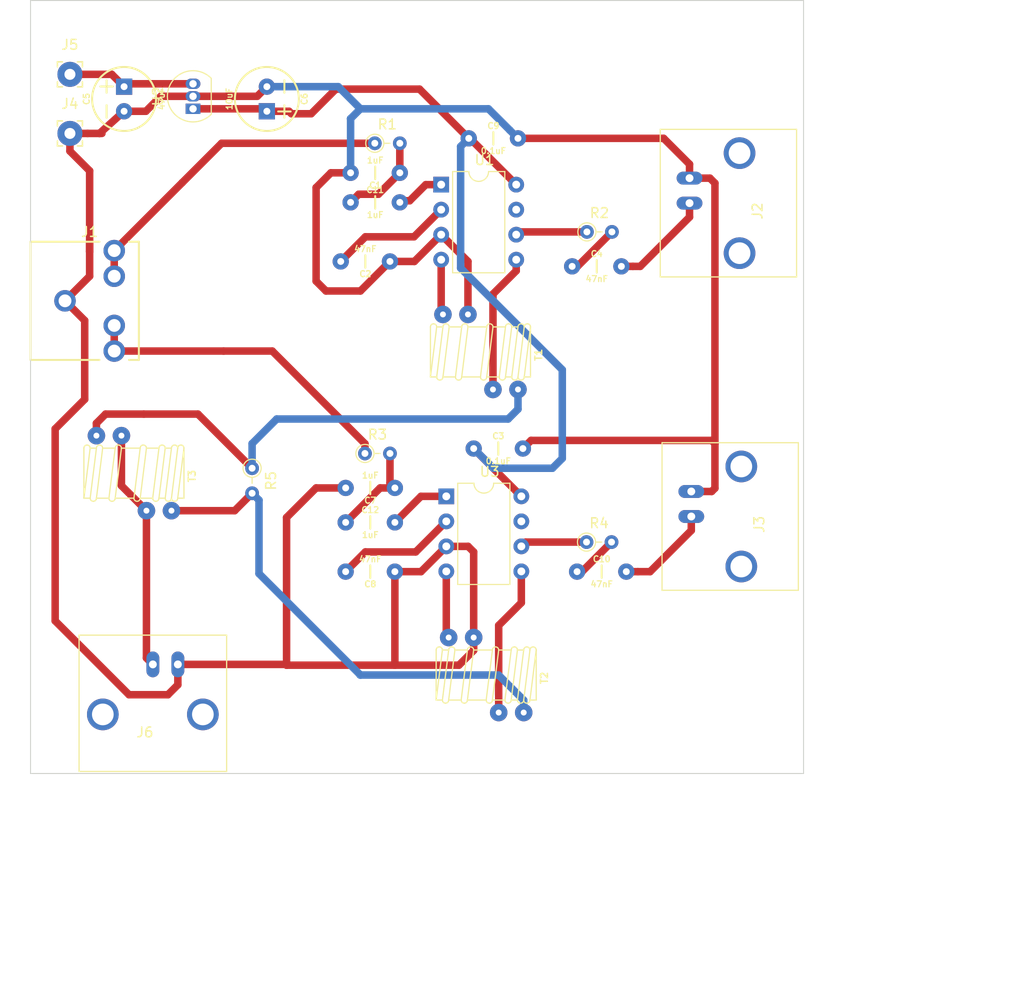
<source format=kicad_pcb>
(kicad_pcb (version 20171130) (host pcbnew "(5.1.5)-3")

  (general
    (thickness 1.6)
    (drawings 4)
    (tracks 174)
    (zones 0)
    (modules 29)
    (nets 25)
  )

  (page A4)
  (layers
    (0 F.Cu signal)
    (31 B.Cu signal)
    (32 B.Adhes user)
    (33 F.Adhes user)
    (34 B.Paste user)
    (35 F.Paste user)
    (36 B.SilkS user)
    (37 F.SilkS user)
    (38 B.Mask user)
    (39 F.Mask user)
    (40 Dwgs.User user)
    (41 Cmts.User user)
    (42 Eco1.User user)
    (43 Eco2.User user)
    (44 Edge.Cuts user)
    (45 Margin user)
    (46 B.CrtYd user)
    (47 F.CrtYd user)
    (48 B.Fab user)
    (49 F.Fab user)
  )

  (setup
    (last_trace_width 0.762)
    (user_trace_width 0.762)
    (trace_clearance 0.2)
    (zone_clearance 0.508)
    (zone_45_only no)
    (trace_min 0.2)
    (via_size 0.8)
    (via_drill 0.4)
    (via_min_size 0.4)
    (via_min_drill 0.3)
    (uvia_size 0.3)
    (uvia_drill 0.1)
    (uvias_allowed no)
    (uvia_min_size 0.2)
    (uvia_min_drill 0.1)
    (edge_width 0.05)
    (segment_width 0.2)
    (pcb_text_width 0.3)
    (pcb_text_size 1.5 1.5)
    (mod_edge_width 0.12)
    (mod_text_size 1 1)
    (mod_text_width 0.15)
    (pad_size 1.524 1.524)
    (pad_drill 0.762)
    (pad_to_mask_clearance 0.051)
    (solder_mask_min_width 0.25)
    (aux_axis_origin 0 0)
    (visible_elements 7FFFFFFF)
    (pcbplotparams
      (layerselection 0x010fc_ffffffff)
      (usegerberextensions false)
      (usegerberattributes false)
      (usegerberadvancedattributes false)
      (creategerberjobfile false)
      (excludeedgelayer true)
      (linewidth 0.100000)
      (plotframeref false)
      (viasonmask false)
      (mode 1)
      (useauxorigin false)
      (hpglpennumber 1)
      (hpglpenspeed 20)
      (hpglpendiameter 15.000000)
      (psnegative false)
      (psa4output false)
      (plotreference true)
      (plotvalue true)
      (plotinvisibletext false)
      (padsonsilk false)
      (subtractmaskfromsilk false)
      (outputformat 1)
      (mirror false)
      (drillshape 1)
      (scaleselection 1)
      (outputdirectory ""))
  )

  (net 0 "")
  (net 1 GND)
  (net 2 "Net-(C1-Pad1)")
  (net 3 "Net-(C2-Pad2)")
  (net 4 +8V)
  (net 5 "Net-(C4-Pad2)")
  (net 6 "Net-(C4-Pad1)")
  (net 7 "Net-(C5-Pad1)")
  (net 8 "Net-(C8-Pad2)")
  (net 9 "Net-(C10-Pad2)")
  (net 10 "Net-(C10-Pad1)")
  (net 11 Q_IN)
  (net 12 I_IN)
  (net 13 "Net-(R2-Pad1)")
  (net 14 "Net-(R4-Pad1)")
  (net 15 "Net-(T1-PadC1B)")
  (net 16 "Net-(T1-PadC1A)")
  (net 17 "Net-(T2-PadC1B)")
  (net 18 "Net-(T2-PadC1A)")
  (net 19 "Net-(J6-PadS)")
  (net 20 "Net-(R5-Pad2)")
  (net 21 "Net-(R5-Pad1)")
  (net 22 "Net-(C12-Pad1)")
  (net 23 "Net-(C11-Pad2)")
  (net 24 "Net-(C12-Pad2)")

  (net_class Default "This is the default net class."
    (clearance 0.2)
    (trace_width 0.25)
    (via_dia 0.8)
    (via_drill 0.4)
    (uvia_dia 0.3)
    (uvia_drill 0.1)
    (add_net +8V)
    (add_net GND)
    (add_net I_IN)
    (add_net "Net-(C1-Pad1)")
    (add_net "Net-(C10-Pad1)")
    (add_net "Net-(C10-Pad2)")
    (add_net "Net-(C11-Pad2)")
    (add_net "Net-(C12-Pad1)")
    (add_net "Net-(C12-Pad2)")
    (add_net "Net-(C2-Pad2)")
    (add_net "Net-(C4-Pad1)")
    (add_net "Net-(C4-Pad2)")
    (add_net "Net-(C5-Pad1)")
    (add_net "Net-(C8-Pad2)")
    (add_net "Net-(J6-PadS)")
    (add_net "Net-(R2-Pad1)")
    (add_net "Net-(R4-Pad1)")
    (add_net "Net-(R5-Pad1)")
    (add_net "Net-(R5-Pad2)")
    (add_net "Net-(T1-PadC1A)")
    (add_net "Net-(T1-PadC1B)")
    (add_net "Net-(T2-PadC1A)")
    (add_net "Net-(T2-PadC1B)")
    (add_net "Net-(U1-Pad7)")
    (add_net "Net-(U3-Pad7)")
    (add_net Q_IN)
  )

  (module Capacitors:CAP-PTH-5MM (layer F.Cu) (tedit 200000) (tstamp 5EC1954D)
    (at 108.50064 106)
    (descr "2 PTH SPACED 5MM APART")
    (tags "2 PTH SPACED 5MM APART")
    (path /5EC9AD06)
    (attr virtual)
    (fp_text reference C12 (at 0 -1.27) (layer F.SilkS)
      (effects (font (size 0.6096 0.6096) (thickness 0.127)))
    )
    (fp_text value 1uF (at 0 1.27) (layer F.SilkS)
      (effects (font (size 0.6096 0.6096) (thickness 0.127)))
    )
    (fp_line (start 0 -0.635) (end 0 0.635) (layer F.SilkS) (width 0.2032))
    (pad 2 thru_hole circle (at 2.49936 0) (size 1.651 1.651) (drill 0.6985) (layers *.Cu *.Mask)
      (net 24 "Net-(C12-Pad2)") (solder_mask_margin 0.1016))
    (pad 1 thru_hole circle (at -2.49936 0) (size 1.651 1.651) (drill 0.6985) (layers *.Cu *.Mask)
      (net 22 "Net-(C12-Pad1)") (solder_mask_margin 0.1016))
  )

  (module Capacitors:CAP-PTH-5MM (layer F.Cu) (tedit 200000) (tstamp 5EC19546)
    (at 109.00064 73.5)
    (descr "2 PTH SPACED 5MM APART")
    (tags "2 PTH SPACED 5MM APART")
    (path /5EC9A90B)
    (attr virtual)
    (fp_text reference C11 (at 0 -1.27) (layer F.SilkS)
      (effects (font (size 0.6096 0.6096) (thickness 0.127)))
    )
    (fp_text value 1uF (at 0 1.27) (layer F.SilkS)
      (effects (font (size 0.6096 0.6096) (thickness 0.127)))
    )
    (fp_line (start 0 -0.635) (end 0 0.635) (layer F.SilkS) (width 0.2032))
    (pad 2 thru_hole circle (at 2.49936 0) (size 1.651 1.651) (drill 0.6985) (layers *.Cu *.Mask)
      (net 23 "Net-(C11-Pad2)") (solder_mask_margin 0.1016))
    (pad 1 thru_hole circle (at -2.49936 0) (size 1.651 1.651) (drill 0.6985) (layers *.Cu *.Mask)
      (net 2 "Net-(C1-Pad1)") (solder_mask_margin 0.1016))
  )

  (module Xenir:BNC (layer F.Cu) (tedit 5EBEE1FA) (tstamp 5EC16895)
    (at 86.32 124.32 180)
    (path /5EC8841E)
    (fp_text reference J6 (at 0.7 -3) (layer F.SilkS)
      (effects (font (size 1 1) (thickness 0.15)))
    )
    (fp_text value BNC (at 0.1 -1.1) (layer F.Fab)
      (effects (font (size 1 1) (thickness 0.15)))
    )
    (fp_line (start 7.393 -6.9712) (end -7.593 -6.9712) (layer F.SilkS) (width 0.127))
    (fp_line (start -7.212 -15.9882) (end -6.704 -15.9882) (layer F.Fab) (width 0.127))
    (fp_line (start 7.393 6.8718) (end 7.393 -6.9712) (layer F.SilkS) (width 0.127))
    (fp_line (start 6.504 -15.9882) (end 6.504 -29.8312) (layer F.Fab) (width 0.127))
    (fp_line (start -6.704 -29.8312) (end -6.704 -15.9882) (layer F.Fab) (width 0.127))
    (fp_line (start -7.1866 -12.5846) (end 6.9866 -13.4482) (layer F.Fab) (width 0.127))
    (fp_line (start -7.1866 -7.5046) (end 6.9866 -8.3682) (layer F.Fab) (width 0.127))
    (fp_line (start -7.212 -6.9712) (end -7.212 -15.9882) (layer F.Fab) (width 0.127))
    (fp_line (start 7.012 -15.9882) (end 7.012 -6.9712) (layer F.Fab) (width 0.127))
    (fp_line (start -7.1866 -13.8546) (end 6.9866 -14.7182) (layer F.Fab) (width 0.127))
    (fp_line (start -7.593 -6.9712) (end -7.593 6.8718) (layer F.SilkS) (width 0.127))
    (fp_line (start -7.1866 -10.0446) (end 6.9866 -10.9082) (layer F.Fab) (width 0.127))
    (fp_line (start -7.1866 -8.7746) (end 6.9866 -9.6382) (layer F.Fab) (width 0.127))
    (fp_line (start 6.504 -29.8312) (end -6.704 -29.8312) (layer F.Fab) (width 0.127))
    (fp_line (start -7.1866 -11.3146) (end 6.9866 -12.1782) (layer F.Fab) (width 0.127))
    (fp_line (start -7.1866 -15.1246) (end 6.9866 -15.9882) (layer F.Fab) (width 0.127))
    (fp_circle (center -0.1 -26.58) (end 0.7179 -26.58) (layer F.Fab) (width 0.127))
    (fp_line (start -6.704 -15.9882) (end 6.504 -15.9882) (layer F.Fab) (width 0.127))
    (fp_line (start 6.504 -15.9882) (end 6.9866 -15.9882) (layer F.Fab) (width 0.127))
    (fp_line (start 6.9866 -15.9882) (end 7.012 -15.9882) (layer F.Fab) (width 0.127))
    (fp_line (start -7.593 6.8718) (end 7.393 6.8718) (layer F.SilkS) (width 0.127))
    (pad S thru_hole oval (at -0.1 3.9 270) (size 2.616 1.308) (drill 0.8) (layers *.Cu *.Mask)
      (net 19 "Net-(J6-PadS)") (solder_mask_margin 0.1016))
    (pad GND thru_hole oval (at -2.64 3.9 270) (size 2.616 1.308) (drill 0.8) (layers *.Cu *.Mask)
      (net 1 GND) (solder_mask_margin 0.1016))
    (pad 3 thru_hole circle (at -5.18 -1.18 180) (size 3.216 3.216) (drill 2.2) (layers *.Cu *.Mask)
      (solder_mask_margin 0.1016))
    (pad 4 thru_hole circle (at 4.98 -1.18 180) (size 3.216 3.216) (drill 2.2) (layers *.Cu *.Mask)
      (solder_mask_margin 0.1016))
  )

  (module "Xenir:T37 Transformer" (layer F.Cu) (tedit 5EBB1CE0) (tstamp 5EC16A00)
    (at 91.5 101 270)
    (path /5EC79379)
    (fp_text reference T3 (at 0.3 1.1 90) (layer F.SilkS)
      (effects (font (size 0.7 0.7) (thickness 0.15)))
    )
    (fp_text value T37_XFRM (at 0 -0.1 90) (layer F.Fab)
      (effects (font (size 0.7 0.7) (thickness 0.15)))
    )
    (fp_arc (start 2.54 6.6825) (end 2.54 6.365) (angle 180) (layer F.SilkS) (width 0.127))
    (fp_line (start 2.54 2.555) (end 2.54 1.92) (layer F.SilkS) (width 0.127))
    (fp_arc (start -2.54 6.0475) (end -2.54 6.365) (angle 180) (layer F.SilkS) (width 0.127))
    (fp_arc (start 2.54 3.5075) (end 2.54 3.19) (angle 180) (layer F.SilkS) (width 0.127))
    (fp_arc (start 2.54 9.2225) (end 2.54 8.905) (angle 180) (layer F.SilkS) (width 0.127))
    (fp_line (start -2.54 4.46) (end -2.54 5.73) (layer F.SilkS) (width 0.127))
    (fp_line (start -2.54 8.905) (end -2.54 10.175) (layer F.SilkS) (width 0.127))
    (fp_line (start -2.54 12.08) (end 2.54 12.08) (layer F.SilkS) (width 0.127))
    (fp_arc (start 2.54 11.1275) (end 2.54 10.81) (angle 180) (layer F.SilkS) (width 0.127))
    (fp_arc (start -2.54 11.7625) (end -2.54 12.08) (angle 180) (layer F.SilkS) (width 0.127))
    (fp_line (start 2.54 6.365) (end 2.54 5.095) (layer F.SilkS) (width 0.127))
    (fp_arc (start -2.54 2.2375) (end -2.54 2.555) (angle 180) (layer F.SilkS) (width 0.127))
    (fp_line (start -2.54 1.92) (end 2.54 2.555) (layer F.SilkS) (width 0.127))
    (fp_line (start -2.54 6.365) (end -2.54 8.27) (layer F.SilkS) (width 0.127))
    (fp_arc (start -2.54 2.8725) (end -2.54 3.19) (angle 180) (layer F.SilkS) (width 0.127))
    (fp_line (start 2.54 12.08) (end 2.54 11.445) (layer F.SilkS) (width 0.127))
    (fp_line (start 2.54 4.46) (end 2.54 3.825) (layer F.SilkS) (width 0.127))
    (fp_arc (start 2.54 2.8725) (end 2.54 2.555) (angle 180) (layer F.SilkS) (width 0.127))
    (fp_line (start 2.54 1.92) (end -2.54 1.92) (layer F.SilkS) (width 0.127))
    (fp_line (start -2.54 3.19) (end -2.54 3.825) (layer F.SilkS) (width 0.127))
    (fp_line (start -2.54 10.81) (end -2.54 11.445) (layer F.SilkS) (width 0.127))
    (fp_line (start 2.54 10.81) (end 2.54 9.54) (layer F.SilkS) (width 0.127))
    (fp_line (start 2.54 8.905) (end 2.54 7) (layer F.SilkS) (width 0.127))
    (fp_arc (start -2.54 4.1425) (end -2.54 4.46) (angle 180) (layer F.SilkS) (width 0.127))
    (fp_arc (start -2.54 8.5875) (end -2.54 8.905) (angle 180) (layer F.SilkS) (width 0.127))
    (fp_arc (start -2.54 10.4925) (end -2.54 10.81) (angle 180) (layer F.SilkS) (width 0.127))
    (fp_arc (start 2.54 4.7775) (end 2.54 4.46) (angle 180) (layer F.SilkS) (width 0.127))
    (fp_line (start -2.54 8.905) (end 2.54 9.54) (layer F.SilkS) (width 0.127))
    (fp_circle (center 4.9213 4.6188) (end 5.1457 4.6188) (layer F.Fab) (width 0.4064))
    (fp_line (start -2.54 3.19) (end 2.54 3.825) (layer F.SilkS) (width 0.127))
    (fp_line (start -2.54 11.445) (end 2.54 12.08) (layer F.SilkS) (width 0.127))
    (fp_line (start -2.54 5.73) (end 2.54 6.365) (layer F.SilkS) (width 0.127))
    (fp_line (start -2.54 6.365) (end 2.54 7) (layer F.SilkS) (width 0.127))
    (fp_line (start -2.54 2.555) (end 2.54 3.19) (layer F.SilkS) (width 0.127))
    (fp_line (start -2.54 8.27) (end 2.54 8.905) (layer F.SilkS) (width 0.127))
    (fp_line (start -2.54 10.175) (end 2.54 10.81) (layer F.SilkS) (width 0.127))
    (fp_line (start -2.54 4.46) (end 2.54 5.095) (layer F.SilkS) (width 0.127))
    (fp_line (start -2.54 10.81) (end 2.54 11.445) (layer F.SilkS) (width 0.127))
    (fp_line (start -2.54 3.825) (end 2.54 4.46) (layer F.SilkS) (width 0.127))
    (fp_circle (center 4.7625 1.92) (end 4.9869 1.92) (layer F.Fab) (width 0.4064))
    (pad C1B thru_hole circle (at 3.81 5.73 270) (size 1.778 1.778) (drill 0.6) (layers *.Cu *.Mask)
      (net 19 "Net-(J6-PadS)") (solder_mask_margin 0.1016))
    (pad C1A thru_hole circle (at -3.81 10.81 270) (size 1.778 1.778) (drill 0.6) (layers *.Cu *.Mask)
      (net 21 "Net-(R5-Pad1)") (solder_mask_margin 0.1016))
    (pad C2B thru_hole circle (at 3.81 3.19 270) (size 1.778 1.778) (drill 0.6) (layers *.Cu *.Mask)
      (net 20 "Net-(R5-Pad2)") (solder_mask_margin 0.1016))
    (pad C2A thru_hole circle (at -3.81 8.27 270) (size 1.778 1.778) (drill 0.6) (layers *.Cu *.Mask)
      (net 19 "Net-(J6-PadS)") (solder_mask_margin 0.1016))
  )

  (module Resistor_THT:R_Axial_DIN0204_L3.6mm_D1.6mm_P2.54mm_Vertical (layer F.Cu) (tedit 5AE5139B) (tstamp 5EC16914)
    (at 96.5 100.5 270)
    (descr "Resistor, Axial_DIN0204 series, Axial, Vertical, pin pitch=2.54mm, 0.167W, length*diameter=3.6*1.6mm^2, http://cdn-reichelt.de/documents/datenblatt/B400/1_4W%23YAG.pdf")
    (tags "Resistor Axial_DIN0204 series Axial Vertical pin pitch 2.54mm 0.167W length 3.6mm diameter 1.6mm")
    (path /5EC79D0C)
    (fp_text reference R5 (at 1.27 -1.92 90) (layer F.SilkS)
      (effects (font (size 1 1) (thickness 0.15)))
    )
    (fp_text value 100 (at 1.27 1.92 90) (layer F.Fab)
      (effects (font (size 1 1) (thickness 0.15)))
    )
    (fp_text user %R (at 1.27 -1.92 90) (layer F.Fab)
      (effects (font (size 1 1) (thickness 0.15)))
    )
    (fp_line (start 3.49 -1.05) (end -1.05 -1.05) (layer F.CrtYd) (width 0.05))
    (fp_line (start 3.49 1.05) (end 3.49 -1.05) (layer F.CrtYd) (width 0.05))
    (fp_line (start -1.05 1.05) (end 3.49 1.05) (layer F.CrtYd) (width 0.05))
    (fp_line (start -1.05 -1.05) (end -1.05 1.05) (layer F.CrtYd) (width 0.05))
    (fp_line (start 0.92 0) (end 1.54 0) (layer F.SilkS) (width 0.12))
    (fp_line (start 0 0) (end 2.54 0) (layer F.Fab) (width 0.1))
    (fp_circle (center 0 0) (end 0.92 0) (layer F.SilkS) (width 0.12))
    (fp_circle (center 0 0) (end 0.8 0) (layer F.Fab) (width 0.1))
    (pad 2 thru_hole oval (at 2.54 0 270) (size 1.4 1.4) (drill 0.7) (layers *.Cu *.Mask)
      (net 20 "Net-(R5-Pad2)"))
    (pad 1 thru_hole circle (at 0 0 270) (size 1.4 1.4) (drill 0.7) (layers *.Cu *.Mask)
      (net 21 "Net-(R5-Pad1)"))
    (model ${KISYS3DMOD}/Resistor_THT.3dshapes/R_Axial_DIN0204_L3.6mm_D1.6mm_P2.54mm_Vertical.wrl
      (at (xyz 0 0 0))
      (scale (xyz 1 1 1))
      (rotate (xyz 0 0 0))
    )
  )

  (module Xenir:Pad (layer F.Cu) (tedit 5EAAF59E) (tstamp 5EC151FC)
    (at 78 57)
    (path /5EC5E5F0)
    (fp_text reference J5 (at 0 0.5) (layer F.SilkS)
      (effects (font (size 1 1) (thickness 0.15)))
    )
    (fp_text value Pad (at 0 -0.5) (layer F.Fab)
      (effects (font (size 1 1) (thickness 0.15)))
    )
    (fp_text user Val** (at 0 2.5) (layer F.Fab)
      (effects (font (size 0.02413 0.02413) (thickness 0.002032)) (justify left bottom))
    )
    (fp_line (start -1.27 2.23) (end -0.762 2.23) (layer F.SilkS) (width 0.1524))
    (fp_line (start -1.27 4.77) (end -0.762 4.77) (layer F.SilkS) (width 0.1524))
    (fp_line (start 1.27 4.77) (end 0.762 4.77) (layer F.SilkS) (width 0.1524))
    (fp_circle (center 0 3.5) (end 1.016 3.5) (layer F.Fab) (width 0.1524))
    (fp_line (start -1.27 4.77) (end -1.27 4.262) (layer F.SilkS) (width 0.1524))
    (fp_line (start 1.27 2.23) (end 1.27 2.738) (layer F.SilkS) (width 0.1524))
    (fp_line (start -1.27 2.23) (end -1.27 2.738) (layer F.SilkS) (width 0.1524))
    (fp_line (start 1.27 4.77) (end 1.27 4.262) (layer F.SilkS) (width 0.1524))
    (fp_line (start 1.27 2.23) (end 0.762 2.23) (layer F.SilkS) (width 0.1524))
    (pad 1 thru_hole circle (at 0 3.5) (size 2.54 2.54) (drill 1.1176) (layers *.Cu *.Mask)
      (net 7 "Net-(C5-Pad1)") (solder_mask_margin 0.1016))
  )

  (module Xenir:Pad (layer F.Cu) (tedit 5EAAF59E) (tstamp 5EC151ED)
    (at 78 63)
    (path /5EC5F097)
    (fp_text reference J4 (at 0 0.5) (layer F.SilkS)
      (effects (font (size 1 1) (thickness 0.15)))
    )
    (fp_text value Pad (at 0 -0.5) (layer F.Fab)
      (effects (font (size 1 1) (thickness 0.15)))
    )
    (fp_text user Val** (at 0 2.5) (layer F.Fab)
      (effects (font (size 0.02413 0.02413) (thickness 0.002032)) (justify left bottom))
    )
    (fp_line (start -1.27 2.23) (end -0.762 2.23) (layer F.SilkS) (width 0.1524))
    (fp_line (start -1.27 4.77) (end -0.762 4.77) (layer F.SilkS) (width 0.1524))
    (fp_line (start 1.27 4.77) (end 0.762 4.77) (layer F.SilkS) (width 0.1524))
    (fp_circle (center 0 3.5) (end 1.016 3.5) (layer F.Fab) (width 0.1524))
    (fp_line (start -1.27 4.77) (end -1.27 4.262) (layer F.SilkS) (width 0.1524))
    (fp_line (start 1.27 2.23) (end 1.27 2.738) (layer F.SilkS) (width 0.1524))
    (fp_line (start -1.27 2.23) (end -1.27 2.738) (layer F.SilkS) (width 0.1524))
    (fp_line (start 1.27 4.77) (end 1.27 4.262) (layer F.SilkS) (width 0.1524))
    (fp_line (start 1.27 2.23) (end 0.762 2.23) (layer F.SilkS) (width 0.1524))
    (pad 1 thru_hole circle (at 0 3.5) (size 2.54 2.54) (drill 1.1176) (layers *.Cu *.Mask)
      (net 1 GND) (solder_mask_margin 0.1016))
  )

  (module Capacitors:CPOL-RADIAL-2.5MM-6.5MM (layer F.Cu) (tedit 200000) (tstamp 5EC1419D)
    (at 98 63 270)
    (descr "2.5 MM SPACED PTHS WITH 6.5 MM DIAMETER OUTLINE")
    (tags "2.5 MM SPACED PTHS WITH 6.5 MM DIAMETER OUTLINE")
    (path /5EBF8043)
    (attr virtual)
    (fp_text reference C6 (at 0 -3.81 90) (layer F.SilkS)
      (effects (font (size 0.6096 0.6096) (thickness 0.127)))
    )
    (fp_text value 10uF (at 0 3.81 90) (layer F.SilkS)
      (effects (font (size 0.6096 0.6096) (thickness 0.127)))
    )
    (fp_circle (center 0 0) (end 0 -3.24866) (layer F.SilkS) (width 0.2032))
    (fp_line (start 1.27 -2.413) (end 1.27 -1.143) (layer F.SilkS) (width 0.2032))
    (fp_line (start 1.905 -1.778) (end 0.635 -1.778) (layer F.SilkS) (width 0.2032))
    (fp_line (start -0.635 -1.778) (end -1.905 -1.778) (layer F.SilkS) (width 0.2032))
    (pad 2 thru_hole circle (at -1.24968 0 270) (size 1.651 1.651) (drill 0.6985) (layers *.Cu *.Mask)
      (net 1 GND) (solder_mask_margin 0.1016))
    (pad 1 thru_hole rect (at 1.24968 0 270) (size 1.651 1.651) (drill 0.6985) (layers *.Cu *.Mask)
      (net 4 +8V) (solder_mask_margin 0.1016))
  )

  (module Capacitors:CPOL-RADIAL-2.5MM-6.5MM (layer F.Cu) (tedit 200000) (tstamp 5EC14196)
    (at 83.5 63 90)
    (descr "2.5 MM SPACED PTHS WITH 6.5 MM DIAMETER OUTLINE")
    (tags "2.5 MM SPACED PTHS WITH 6.5 MM DIAMETER OUTLINE")
    (path /5EBF77D4)
    (attr virtual)
    (fp_text reference C5 (at 0 -3.81 90) (layer F.SilkS)
      (effects (font (size 0.6096 0.6096) (thickness 0.127)))
    )
    (fp_text value 47uF (at 0 3.81 90) (layer F.SilkS)
      (effects (font (size 0.6096 0.6096) (thickness 0.127)))
    )
    (fp_circle (center 0 0) (end 0 -3.24866) (layer F.SilkS) (width 0.2032))
    (fp_line (start 1.27 -2.413) (end 1.27 -1.143) (layer F.SilkS) (width 0.2032))
    (fp_line (start 1.905 -1.778) (end 0.635 -1.778) (layer F.SilkS) (width 0.2032))
    (fp_line (start -0.635 -1.778) (end -1.905 -1.778) (layer F.SilkS) (width 0.2032))
    (pad 2 thru_hole circle (at -1.24968 0 90) (size 1.651 1.651) (drill 0.6985) (layers *.Cu *.Mask)
      (net 1 GND) (solder_mask_margin 0.1016))
    (pad 1 thru_hole rect (at 1.24968 0 90) (size 1.651 1.651) (drill 0.6985) (layers *.Cu *.Mask)
      (net 7 "Net-(C5-Pad1)") (solder_mask_margin 0.1016))
  )

  (module Xenir:DIP8 (layer F.Cu) (tedit 5EBEDE90) (tstamp 5EC14300)
    (at 120.020141 101.6545)
    (path /5EC33191)
    (fp_text reference U3 (at 0.6 -0.8) (layer F.SilkS)
      (effects (font (size 1 1) (thickness 0.15)))
    )
    (fp_text value NE602 (at 0.2 -2.2) (layer F.Fab)
      (effects (font (size 1 1) (thickness 0.15)))
    )
    (fp_text user %R (at 0.01 5.51) (layer F.Fab)
      (effects (font (size 1 1) (thickness 0.15)))
    )
    (fp_line (start -2.165 0.43) (end 3.185 0.43) (layer F.Fab) (width 0.1))
    (fp_arc (start 0.01 0.37) (end -0.99 0.37) (angle -180) (layer F.SilkS) (width 0.12))
    (fp_line (start 3.185 0.43) (end 3.185 10.59) (layer F.Fab) (width 0.1))
    (fp_line (start 3.185 10.59) (end -3.165 10.59) (layer F.Fab) (width 0.1))
    (fp_line (start -3.165 10.59) (end -3.165 1.43) (layer F.Fab) (width 0.1))
    (fp_line (start -3.165 1.43) (end -2.165 0.43) (layer F.Fab) (width 0.1))
    (fp_line (start -0.99 0.37) (end -2.64 0.37) (layer F.SilkS) (width 0.12))
    (fp_line (start -2.64 0.37) (end -2.64 10.65) (layer F.SilkS) (width 0.12))
    (fp_line (start 2.66 10.65) (end 2.66 0.37) (layer F.SilkS) (width 0.12))
    (fp_line (start -4.9 0.15) (end -4.9 10.85) (layer F.CrtYd) (width 0.05))
    (fp_line (start -2.64 10.65) (end 2.66 10.65) (layer F.SilkS) (width 0.12))
    (fp_line (start 4.9 0.15) (end -4.9 0.15) (layer F.CrtYd) (width 0.05))
    (fp_line (start 2.66 0.37) (end 1.01 0.37) (layer F.SilkS) (width 0.12))
    (fp_line (start -4.9 10.85) (end 4.9 10.85) (layer F.CrtYd) (width 0.05))
    (fp_line (start 4.9 10.85) (end 4.9 0.15) (layer F.CrtYd) (width 0.05))
    (pad 7 thru_hole oval (at 3.82 4.24) (size 1.6 1.6) (drill 0.8) (layers *.Cu *.Mask))
    (pad 3 thru_hole oval (at -3.8 6.78) (size 1.6 1.6) (drill 0.8) (layers *.Cu *.Mask)
      (net 1 GND))
    (pad 8 thru_hole oval (at 3.82 1.7) (size 1.6 1.6) (drill 0.8) (layers *.Cu *.Mask)
      (net 4 +8V))
    (pad 5 thru_hole oval (at 3.82 9.32) (size 1.6 1.6) (drill 0.8) (layers *.Cu *.Mask)
      (net 17 "Net-(T2-PadC1B)"))
    (pad 1 thru_hole rect (at -3.8 1.7) (size 1.6 1.6) (drill 0.8) (layers *.Cu *.Mask)
      (net 24 "Net-(C12-Pad2)"))
    (pad 2 thru_hole oval (at -3.8 4.24) (size 1.6 1.6) (drill 0.8) (layers *.Cu *.Mask)
      (net 8 "Net-(C8-Pad2)"))
    (pad 4 thru_hole oval (at -3.8 9.32) (size 1.6 1.6) (drill 0.8) (layers *.Cu *.Mask)
      (net 18 "Net-(T2-PadC1A)"))
    (pad 6 thru_hole oval (at 3.82 6.78) (size 1.6 1.6) (drill 0.8) (layers *.Cu *.Mask)
      (net 14 "Net-(R4-Pad1)"))
  )

  (module Package_TO_SOT_THT:TO-92_Inline (layer F.Cu) (tedit 5A1DD157) (tstamp 5EC142E4)
    (at 90.5 64 90)
    (descr "TO-92 leads in-line, narrow, oval pads, drill 0.75mm (see NXP sot054_po.pdf)")
    (tags "to-92 sc-43 sc-43a sot54 PA33 transistor")
    (path /5EBF4D1F)
    (fp_text reference U2 (at 1.27 -3.56 90) (layer F.SilkS)
      (effects (font (size 1 1) (thickness 0.15)))
    )
    (fp_text value MC78L08_TO92 (at 1.27 2.79 90) (layer F.Fab)
      (effects (font (size 1 1) (thickness 0.15)))
    )
    (fp_arc (start 1.27 0) (end 1.27 -2.6) (angle 135) (layer F.SilkS) (width 0.12))
    (fp_arc (start 1.27 0) (end 1.27 -2.48) (angle -135) (layer F.Fab) (width 0.1))
    (fp_arc (start 1.27 0) (end 1.27 -2.6) (angle -135) (layer F.SilkS) (width 0.12))
    (fp_arc (start 1.27 0) (end 1.27 -2.48) (angle 135) (layer F.Fab) (width 0.1))
    (fp_line (start 4 2.01) (end -1.46 2.01) (layer F.CrtYd) (width 0.05))
    (fp_line (start 4 2.01) (end 4 -2.73) (layer F.CrtYd) (width 0.05))
    (fp_line (start -1.46 -2.73) (end -1.46 2.01) (layer F.CrtYd) (width 0.05))
    (fp_line (start -1.46 -2.73) (end 4 -2.73) (layer F.CrtYd) (width 0.05))
    (fp_line (start -0.5 1.75) (end 3 1.75) (layer F.Fab) (width 0.1))
    (fp_line (start -0.53 1.85) (end 3.07 1.85) (layer F.SilkS) (width 0.12))
    (fp_text user %R (at 1.27 -3.56 90) (layer F.Fab)
      (effects (font (size 1 1) (thickness 0.15)))
    )
    (pad 1 thru_hole rect (at 0 0 90) (size 1.05 1.5) (drill 0.75) (layers *.Cu *.Mask)
      (net 4 +8V))
    (pad 3 thru_hole oval (at 2.54 0 90) (size 1.05 1.5) (drill 0.75) (layers *.Cu *.Mask)
      (net 7 "Net-(C5-Pad1)"))
    (pad 2 thru_hole oval (at 1.27 0 90) (size 1.05 1.5) (drill 0.75) (layers *.Cu *.Mask)
      (net 1 GND))
    (model ${KISYS3DMOD}/Package_TO_SOT_THT.3dshapes/TO-92_Inline.wrl
      (at (xyz 0 0 0))
      (scale (xyz 1 1 1))
      (rotate (xyz 0 0 0))
    )
  )

  (module Xenir:DIP8 (layer F.Cu) (tedit 5EBEDE90) (tstamp 5EC142D2)
    (at 119.5 70)
    (path /5EBF4178)
    (fp_text reference U1 (at 0.6 -0.8) (layer F.SilkS)
      (effects (font (size 1 1) (thickness 0.15)))
    )
    (fp_text value NE602 (at 0.2 -2.2) (layer F.Fab)
      (effects (font (size 1 1) (thickness 0.15)))
    )
    (fp_text user %R (at 0.01 5.51) (layer F.Fab)
      (effects (font (size 1 1) (thickness 0.15)))
    )
    (fp_line (start -2.165 0.43) (end 3.185 0.43) (layer F.Fab) (width 0.1))
    (fp_arc (start 0.01 0.37) (end -0.99 0.37) (angle -180) (layer F.SilkS) (width 0.12))
    (fp_line (start 3.185 0.43) (end 3.185 10.59) (layer F.Fab) (width 0.1))
    (fp_line (start 3.185 10.59) (end -3.165 10.59) (layer F.Fab) (width 0.1))
    (fp_line (start -3.165 10.59) (end -3.165 1.43) (layer F.Fab) (width 0.1))
    (fp_line (start -3.165 1.43) (end -2.165 0.43) (layer F.Fab) (width 0.1))
    (fp_line (start -0.99 0.37) (end -2.64 0.37) (layer F.SilkS) (width 0.12))
    (fp_line (start -2.64 0.37) (end -2.64 10.65) (layer F.SilkS) (width 0.12))
    (fp_line (start 2.66 10.65) (end 2.66 0.37) (layer F.SilkS) (width 0.12))
    (fp_line (start -4.9 0.15) (end -4.9 10.85) (layer F.CrtYd) (width 0.05))
    (fp_line (start -2.64 10.65) (end 2.66 10.65) (layer F.SilkS) (width 0.12))
    (fp_line (start 4.9 0.15) (end -4.9 0.15) (layer F.CrtYd) (width 0.05))
    (fp_line (start 2.66 0.37) (end 1.01 0.37) (layer F.SilkS) (width 0.12))
    (fp_line (start -4.9 10.85) (end 4.9 10.85) (layer F.CrtYd) (width 0.05))
    (fp_line (start 4.9 10.85) (end 4.9 0.15) (layer F.CrtYd) (width 0.05))
    (pad 7 thru_hole oval (at 3.82 4.24) (size 1.6 1.6) (drill 0.8) (layers *.Cu *.Mask))
    (pad 3 thru_hole oval (at -3.8 6.78) (size 1.6 1.6) (drill 0.8) (layers *.Cu *.Mask)
      (net 1 GND))
    (pad 8 thru_hole oval (at 3.82 1.7) (size 1.6 1.6) (drill 0.8) (layers *.Cu *.Mask)
      (net 4 +8V))
    (pad 5 thru_hole oval (at 3.82 9.32) (size 1.6 1.6) (drill 0.8) (layers *.Cu *.Mask)
      (net 15 "Net-(T1-PadC1B)"))
    (pad 1 thru_hole rect (at -3.8 1.7) (size 1.6 1.6) (drill 0.8) (layers *.Cu *.Mask)
      (net 23 "Net-(C11-Pad2)"))
    (pad 2 thru_hole oval (at -3.8 4.24) (size 1.6 1.6) (drill 0.8) (layers *.Cu *.Mask)
      (net 3 "Net-(C2-Pad2)"))
    (pad 4 thru_hole oval (at -3.8 9.32) (size 1.6 1.6) (drill 0.8) (layers *.Cu *.Mask)
      (net 16 "Net-(T1-PadC1A)"))
    (pad 6 thru_hole oval (at 3.82 6.78) (size 1.6 1.6) (drill 0.8) (layers *.Cu *.Mask)
      (net 13 "Net-(R2-Pad1)"))
  )

  (module "Xenir:T37 Transformer" (layer F.Cu) (tedit 5EBB1CE0) (tstamp 5EC142B6)
    (at 127.27 121.5 270)
    (path /5EC331CC)
    (fp_text reference T2 (at 0.3 1.1 90) (layer F.SilkS)
      (effects (font (size 0.7 0.7) (thickness 0.15)))
    )
    (fp_text value T37_XFRM (at 0 -0.1 90) (layer F.Fab)
      (effects (font (size 0.7 0.7) (thickness 0.15)))
    )
    (fp_arc (start 2.54 6.6825) (end 2.54 6.365) (angle 180) (layer F.SilkS) (width 0.127))
    (fp_line (start 2.54 2.555) (end 2.54 1.92) (layer F.SilkS) (width 0.127))
    (fp_arc (start -2.54 6.0475) (end -2.54 6.365) (angle 180) (layer F.SilkS) (width 0.127))
    (fp_arc (start 2.54 3.5075) (end 2.54 3.19) (angle 180) (layer F.SilkS) (width 0.127))
    (fp_arc (start 2.54 9.2225) (end 2.54 8.905) (angle 180) (layer F.SilkS) (width 0.127))
    (fp_line (start -2.54 4.46) (end -2.54 5.73) (layer F.SilkS) (width 0.127))
    (fp_line (start -2.54 8.905) (end -2.54 10.175) (layer F.SilkS) (width 0.127))
    (fp_line (start -2.54 12.08) (end 2.54 12.08) (layer F.SilkS) (width 0.127))
    (fp_arc (start 2.54 11.1275) (end 2.54 10.81) (angle 180) (layer F.SilkS) (width 0.127))
    (fp_arc (start -2.54 11.7625) (end -2.54 12.08) (angle 180) (layer F.SilkS) (width 0.127))
    (fp_line (start 2.54 6.365) (end 2.54 5.095) (layer F.SilkS) (width 0.127))
    (fp_arc (start -2.54 2.2375) (end -2.54 2.555) (angle 180) (layer F.SilkS) (width 0.127))
    (fp_line (start -2.54 1.92) (end 2.54 2.555) (layer F.SilkS) (width 0.127))
    (fp_line (start -2.54 6.365) (end -2.54 8.27) (layer F.SilkS) (width 0.127))
    (fp_arc (start -2.54 2.8725) (end -2.54 3.19) (angle 180) (layer F.SilkS) (width 0.127))
    (fp_line (start 2.54 12.08) (end 2.54 11.445) (layer F.SilkS) (width 0.127))
    (fp_line (start 2.54 4.46) (end 2.54 3.825) (layer F.SilkS) (width 0.127))
    (fp_arc (start 2.54 2.8725) (end 2.54 2.555) (angle 180) (layer F.SilkS) (width 0.127))
    (fp_line (start 2.54 1.92) (end -2.54 1.92) (layer F.SilkS) (width 0.127))
    (fp_line (start -2.54 3.19) (end -2.54 3.825) (layer F.SilkS) (width 0.127))
    (fp_line (start -2.54 10.81) (end -2.54 11.445) (layer F.SilkS) (width 0.127))
    (fp_line (start 2.54 10.81) (end 2.54 9.54) (layer F.SilkS) (width 0.127))
    (fp_line (start 2.54 8.905) (end 2.54 7) (layer F.SilkS) (width 0.127))
    (fp_arc (start -2.54 4.1425) (end -2.54 4.46) (angle 180) (layer F.SilkS) (width 0.127))
    (fp_arc (start -2.54 8.5875) (end -2.54 8.905) (angle 180) (layer F.SilkS) (width 0.127))
    (fp_arc (start -2.54 10.4925) (end -2.54 10.81) (angle 180) (layer F.SilkS) (width 0.127))
    (fp_arc (start 2.54 4.7775) (end 2.54 4.46) (angle 180) (layer F.SilkS) (width 0.127))
    (fp_line (start -2.54 8.905) (end 2.54 9.54) (layer F.SilkS) (width 0.127))
    (fp_circle (center 4.9213 4.6188) (end 5.1457 4.6188) (layer F.Fab) (width 0.4064))
    (fp_line (start -2.54 3.19) (end 2.54 3.825) (layer F.SilkS) (width 0.127))
    (fp_line (start -2.54 11.445) (end 2.54 12.08) (layer F.SilkS) (width 0.127))
    (fp_line (start -2.54 5.73) (end 2.54 6.365) (layer F.SilkS) (width 0.127))
    (fp_line (start -2.54 6.365) (end 2.54 7) (layer F.SilkS) (width 0.127))
    (fp_line (start -2.54 2.555) (end 2.54 3.19) (layer F.SilkS) (width 0.127))
    (fp_line (start -2.54 8.27) (end 2.54 8.905) (layer F.SilkS) (width 0.127))
    (fp_line (start -2.54 10.175) (end 2.54 10.81) (layer F.SilkS) (width 0.127))
    (fp_line (start -2.54 4.46) (end 2.54 5.095) (layer F.SilkS) (width 0.127))
    (fp_line (start -2.54 10.81) (end 2.54 11.445) (layer F.SilkS) (width 0.127))
    (fp_line (start -2.54 3.825) (end 2.54 4.46) (layer F.SilkS) (width 0.127))
    (fp_circle (center 4.7625 1.92) (end 4.9869 1.92) (layer F.Fab) (width 0.4064))
    (pad C1B thru_hole circle (at 3.81 5.73 270) (size 1.778 1.778) (drill 0.6) (layers *.Cu *.Mask)
      (net 17 "Net-(T2-PadC1B)") (solder_mask_margin 0.1016))
    (pad C1A thru_hole circle (at -3.81 10.81 270) (size 1.778 1.778) (drill 0.6) (layers *.Cu *.Mask)
      (net 18 "Net-(T2-PadC1A)") (solder_mask_margin 0.1016))
    (pad C2B thru_hole circle (at 3.81 3.19 270) (size 1.778 1.778) (drill 0.6) (layers *.Cu *.Mask)
      (net 20 "Net-(R5-Pad2)") (solder_mask_margin 0.1016))
    (pad C2A thru_hole circle (at -3.81 8.27 270) (size 1.778 1.778) (drill 0.6) (layers *.Cu *.Mask)
      (net 1 GND) (solder_mask_margin 0.1016))
  )

  (module "Xenir:T37 Transformer" (layer F.Cu) (tedit 5EBB1CE0) (tstamp 5EC14286)
    (at 126.69 88.69 270)
    (path /5EC054D1)
    (fp_text reference T1 (at 0.3 1.1 90) (layer F.SilkS)
      (effects (font (size 0.7 0.7) (thickness 0.15)))
    )
    (fp_text value T37_XFRM (at 0 -0.1 90) (layer F.Fab)
      (effects (font (size 0.7 0.7) (thickness 0.15)))
    )
    (fp_arc (start 2.54 6.6825) (end 2.54 6.365) (angle 180) (layer F.SilkS) (width 0.127))
    (fp_line (start 2.54 2.555) (end 2.54 1.92) (layer F.SilkS) (width 0.127))
    (fp_arc (start -2.54 6.0475) (end -2.54 6.365) (angle 180) (layer F.SilkS) (width 0.127))
    (fp_arc (start 2.54 3.5075) (end 2.54 3.19) (angle 180) (layer F.SilkS) (width 0.127))
    (fp_arc (start 2.54 9.2225) (end 2.54 8.905) (angle 180) (layer F.SilkS) (width 0.127))
    (fp_line (start -2.54 4.46) (end -2.54 5.73) (layer F.SilkS) (width 0.127))
    (fp_line (start -2.54 8.905) (end -2.54 10.175) (layer F.SilkS) (width 0.127))
    (fp_line (start -2.54 12.08) (end 2.54 12.08) (layer F.SilkS) (width 0.127))
    (fp_arc (start 2.54 11.1275) (end 2.54 10.81) (angle 180) (layer F.SilkS) (width 0.127))
    (fp_arc (start -2.54 11.7625) (end -2.54 12.08) (angle 180) (layer F.SilkS) (width 0.127))
    (fp_line (start 2.54 6.365) (end 2.54 5.095) (layer F.SilkS) (width 0.127))
    (fp_arc (start -2.54 2.2375) (end -2.54 2.555) (angle 180) (layer F.SilkS) (width 0.127))
    (fp_line (start -2.54 1.92) (end 2.54 2.555) (layer F.SilkS) (width 0.127))
    (fp_line (start -2.54 6.365) (end -2.54 8.27) (layer F.SilkS) (width 0.127))
    (fp_arc (start -2.54 2.8725) (end -2.54 3.19) (angle 180) (layer F.SilkS) (width 0.127))
    (fp_line (start 2.54 12.08) (end 2.54 11.445) (layer F.SilkS) (width 0.127))
    (fp_line (start 2.54 4.46) (end 2.54 3.825) (layer F.SilkS) (width 0.127))
    (fp_arc (start 2.54 2.8725) (end 2.54 2.555) (angle 180) (layer F.SilkS) (width 0.127))
    (fp_line (start 2.54 1.92) (end -2.54 1.92) (layer F.SilkS) (width 0.127))
    (fp_line (start -2.54 3.19) (end -2.54 3.825) (layer F.SilkS) (width 0.127))
    (fp_line (start -2.54 10.81) (end -2.54 11.445) (layer F.SilkS) (width 0.127))
    (fp_line (start 2.54 10.81) (end 2.54 9.54) (layer F.SilkS) (width 0.127))
    (fp_line (start 2.54 8.905) (end 2.54 7) (layer F.SilkS) (width 0.127))
    (fp_arc (start -2.54 4.1425) (end -2.54 4.46) (angle 180) (layer F.SilkS) (width 0.127))
    (fp_arc (start -2.54 8.5875) (end -2.54 8.905) (angle 180) (layer F.SilkS) (width 0.127))
    (fp_arc (start -2.54 10.4925) (end -2.54 10.81) (angle 180) (layer F.SilkS) (width 0.127))
    (fp_arc (start 2.54 4.7775) (end 2.54 4.46) (angle 180) (layer F.SilkS) (width 0.127))
    (fp_line (start -2.54 8.905) (end 2.54 9.54) (layer F.SilkS) (width 0.127))
    (fp_circle (center 4.9213 4.6188) (end 5.1457 4.6188) (layer F.Fab) (width 0.4064))
    (fp_line (start -2.54 3.19) (end 2.54 3.825) (layer F.SilkS) (width 0.127))
    (fp_line (start -2.54 11.445) (end 2.54 12.08) (layer F.SilkS) (width 0.127))
    (fp_line (start -2.54 5.73) (end 2.54 6.365) (layer F.SilkS) (width 0.127))
    (fp_line (start -2.54 6.365) (end 2.54 7) (layer F.SilkS) (width 0.127))
    (fp_line (start -2.54 2.555) (end 2.54 3.19) (layer F.SilkS) (width 0.127))
    (fp_line (start -2.54 8.27) (end 2.54 8.905) (layer F.SilkS) (width 0.127))
    (fp_line (start -2.54 10.175) (end 2.54 10.81) (layer F.SilkS) (width 0.127))
    (fp_line (start -2.54 4.46) (end 2.54 5.095) (layer F.SilkS) (width 0.127))
    (fp_line (start -2.54 10.81) (end 2.54 11.445) (layer F.SilkS) (width 0.127))
    (fp_line (start -2.54 3.825) (end 2.54 4.46) (layer F.SilkS) (width 0.127))
    (fp_circle (center 4.7625 1.92) (end 4.9869 1.92) (layer F.Fab) (width 0.4064))
    (pad C1B thru_hole circle (at 3.81 5.73 270) (size 1.778 1.778) (drill 0.6) (layers *.Cu *.Mask)
      (net 15 "Net-(T1-PadC1B)") (solder_mask_margin 0.1016))
    (pad C1A thru_hole circle (at -3.81 10.81 270) (size 1.778 1.778) (drill 0.6) (layers *.Cu *.Mask)
      (net 16 "Net-(T1-PadC1A)") (solder_mask_margin 0.1016))
    (pad C2B thru_hole circle (at 3.81 3.19 270) (size 1.778 1.778) (drill 0.6) (layers *.Cu *.Mask)
      (net 21 "Net-(R5-Pad1)") (solder_mask_margin 0.1016))
    (pad C2A thru_hole circle (at -3.81 8.27 270) (size 1.778 1.778) (drill 0.6) (layers *.Cu *.Mask)
      (net 1 GND) (solder_mask_margin 0.1016))
  )

  (module Resistor_THT:R_Axial_DIN0204_L3.6mm_D1.6mm_P2.54mm_Vertical (layer F.Cu) (tedit 5AE5139B) (tstamp 5EC14256)
    (at 130.46 108)
    (descr "Resistor, Axial_DIN0204 series, Axial, Vertical, pin pitch=2.54mm, 0.167W, length*diameter=3.6*1.6mm^2, http://cdn-reichelt.de/documents/datenblatt/B400/1_4W%23YAG.pdf")
    (tags "Resistor Axial_DIN0204 series Axial Vertical pin pitch 2.54mm 0.167W length 3.6mm diameter 1.6mm")
    (path /5EC331B7)
    (fp_text reference R4 (at 1.27 -1.92) (layer F.SilkS)
      (effects (font (size 1 1) (thickness 0.15)))
    )
    (fp_text value 3.3k (at 1.27 1.92) (layer F.Fab)
      (effects (font (size 1 1) (thickness 0.15)))
    )
    (fp_text user %R (at 1.27 -1.92) (layer F.Fab)
      (effects (font (size 1 1) (thickness 0.15)))
    )
    (fp_line (start 3.49 -1.05) (end -1.05 -1.05) (layer F.CrtYd) (width 0.05))
    (fp_line (start 3.49 1.05) (end 3.49 -1.05) (layer F.CrtYd) (width 0.05))
    (fp_line (start -1.05 1.05) (end 3.49 1.05) (layer F.CrtYd) (width 0.05))
    (fp_line (start -1.05 -1.05) (end -1.05 1.05) (layer F.CrtYd) (width 0.05))
    (fp_line (start 0.92 0) (end 1.54 0) (layer F.SilkS) (width 0.12))
    (fp_line (start 0 0) (end 2.54 0) (layer F.Fab) (width 0.1))
    (fp_circle (center 0 0) (end 0.92 0) (layer F.SilkS) (width 0.12))
    (fp_circle (center 0 0) (end 0.8 0) (layer F.Fab) (width 0.1))
    (pad 2 thru_hole oval (at 2.54 0) (size 1.4 1.4) (drill 0.7) (layers *.Cu *.Mask)
      (net 10 "Net-(C10-Pad1)"))
    (pad 1 thru_hole circle (at 0 0) (size 1.4 1.4) (drill 0.7) (layers *.Cu *.Mask)
      (net 14 "Net-(R4-Pad1)"))
    (model ${KISYS3DMOD}/Resistor_THT.3dshapes/R_Axial_DIN0204_L3.6mm_D1.6mm_P2.54mm_Vertical.wrl
      (at (xyz 0 0 0))
      (scale (xyz 1 1 1))
      (rotate (xyz 0 0 0))
    )
  )

  (module Resistor_THT:R_Axial_DIN0204_L3.6mm_D1.6mm_P2.54mm_Vertical (layer F.Cu) (tedit 5AE5139B) (tstamp 5EC14247)
    (at 107.96 99)
    (descr "Resistor, Axial_DIN0204 series, Axial, Vertical, pin pitch=2.54mm, 0.167W, length*diameter=3.6*1.6mm^2, http://cdn-reichelt.de/documents/datenblatt/B400/1_4W%23YAG.pdf")
    (tags "Resistor Axial_DIN0204 series Axial Vertical pin pitch 2.54mm 0.167W length 3.6mm diameter 1.6mm")
    (path /5EC33219)
    (fp_text reference R3 (at 1.27 -1.92) (layer F.SilkS)
      (effects (font (size 1 1) (thickness 0.15)))
    )
    (fp_text value 47 (at 1.27 1.92) (layer F.Fab)
      (effects (font (size 1 1) (thickness 0.15)))
    )
    (fp_text user %R (at 1.27 -1.92) (layer F.Fab)
      (effects (font (size 1 1) (thickness 0.15)))
    )
    (fp_line (start 3.49 -1.05) (end -1.05 -1.05) (layer F.CrtYd) (width 0.05))
    (fp_line (start 3.49 1.05) (end 3.49 -1.05) (layer F.CrtYd) (width 0.05))
    (fp_line (start -1.05 1.05) (end 3.49 1.05) (layer F.CrtYd) (width 0.05))
    (fp_line (start -1.05 -1.05) (end -1.05 1.05) (layer F.CrtYd) (width 0.05))
    (fp_line (start 0.92 0) (end 1.54 0) (layer F.SilkS) (width 0.12))
    (fp_line (start 0 0) (end 2.54 0) (layer F.Fab) (width 0.1))
    (fp_circle (center 0 0) (end 0.92 0) (layer F.SilkS) (width 0.12))
    (fp_circle (center 0 0) (end 0.8 0) (layer F.Fab) (width 0.1))
    (pad 2 thru_hole oval (at 2.54 0) (size 1.4 1.4) (drill 0.7) (layers *.Cu *.Mask)
      (net 22 "Net-(C12-Pad1)"))
    (pad 1 thru_hole circle (at 0 0) (size 1.4 1.4) (drill 0.7) (layers *.Cu *.Mask)
      (net 12 I_IN))
    (model ${KISYS3DMOD}/Resistor_THT.3dshapes/R_Axial_DIN0204_L3.6mm_D1.6mm_P2.54mm_Vertical.wrl
      (at (xyz 0 0 0))
      (scale (xyz 1 1 1))
      (rotate (xyz 0 0 0))
    )
  )

  (module Resistor_THT:R_Axial_DIN0204_L3.6mm_D1.6mm_P2.54mm_Vertical (layer F.Cu) (tedit 5AE5139B) (tstamp 5EC14238)
    (at 130.5 76.5)
    (descr "Resistor, Axial_DIN0204 series, Axial, Vertical, pin pitch=2.54mm, 0.167W, length*diameter=3.6*1.6mm^2, http://cdn-reichelt.de/documents/datenblatt/B400/1_4W%23YAG.pdf")
    (tags "Resistor Axial_DIN0204 series Axial Vertical pin pitch 2.54mm 0.167W length 3.6mm diameter 1.6mm")
    (path /5EBFB316)
    (fp_text reference R2 (at 1.27 -1.92) (layer F.SilkS)
      (effects (font (size 1 1) (thickness 0.15)))
    )
    (fp_text value 3.3k (at 1.27 1.92) (layer F.Fab)
      (effects (font (size 1 1) (thickness 0.15)))
    )
    (fp_text user %R (at 1.27 -1.92) (layer F.Fab)
      (effects (font (size 1 1) (thickness 0.15)))
    )
    (fp_line (start 3.49 -1.05) (end -1.05 -1.05) (layer F.CrtYd) (width 0.05))
    (fp_line (start 3.49 1.05) (end 3.49 -1.05) (layer F.CrtYd) (width 0.05))
    (fp_line (start -1.05 1.05) (end 3.49 1.05) (layer F.CrtYd) (width 0.05))
    (fp_line (start -1.05 -1.05) (end -1.05 1.05) (layer F.CrtYd) (width 0.05))
    (fp_line (start 0.92 0) (end 1.54 0) (layer F.SilkS) (width 0.12))
    (fp_line (start 0 0) (end 2.54 0) (layer F.Fab) (width 0.1))
    (fp_circle (center 0 0) (end 0.92 0) (layer F.SilkS) (width 0.12))
    (fp_circle (center 0 0) (end 0.8 0) (layer F.Fab) (width 0.1))
    (pad 2 thru_hole oval (at 2.54 0) (size 1.4 1.4) (drill 0.7) (layers *.Cu *.Mask)
      (net 6 "Net-(C4-Pad1)"))
    (pad 1 thru_hole circle (at 0 0) (size 1.4 1.4) (drill 0.7) (layers *.Cu *.Mask)
      (net 13 "Net-(R2-Pad1)"))
    (model ${KISYS3DMOD}/Resistor_THT.3dshapes/R_Axial_DIN0204_L3.6mm_D1.6mm_P2.54mm_Vertical.wrl
      (at (xyz 0 0 0))
      (scale (xyz 1 1 1))
      (rotate (xyz 0 0 0))
    )
  )

  (module Resistor_THT:R_Axial_DIN0204_L3.6mm_D1.6mm_P2.54mm_Vertical (layer F.Cu) (tedit 5AE5139B) (tstamp 5EC14229)
    (at 108.96 67.5)
    (descr "Resistor, Axial_DIN0204 series, Axial, Vertical, pin pitch=2.54mm, 0.167W, length*diameter=3.6*1.6mm^2, http://cdn-reichelt.de/documents/datenblatt/B400/1_4W%23YAG.pdf")
    (tags "Resistor Axial_DIN0204 series Axial Vertical pin pitch 2.54mm 0.167W length 3.6mm diameter 1.6mm")
    (path /5EC2013D)
    (fp_text reference R1 (at 1.27 -1.92) (layer F.SilkS)
      (effects (font (size 1 1) (thickness 0.15)))
    )
    (fp_text value 47 (at 1.27 1.92) (layer F.Fab)
      (effects (font (size 1 1) (thickness 0.15)))
    )
    (fp_text user %R (at 1.27 -1.92) (layer F.Fab)
      (effects (font (size 1 1) (thickness 0.15)))
    )
    (fp_line (start 3.49 -1.05) (end -1.05 -1.05) (layer F.CrtYd) (width 0.05))
    (fp_line (start 3.49 1.05) (end 3.49 -1.05) (layer F.CrtYd) (width 0.05))
    (fp_line (start -1.05 1.05) (end 3.49 1.05) (layer F.CrtYd) (width 0.05))
    (fp_line (start -1.05 -1.05) (end -1.05 1.05) (layer F.CrtYd) (width 0.05))
    (fp_line (start 0.92 0) (end 1.54 0) (layer F.SilkS) (width 0.12))
    (fp_line (start 0 0) (end 2.54 0) (layer F.Fab) (width 0.1))
    (fp_circle (center 0 0) (end 0.92 0) (layer F.SilkS) (width 0.12))
    (fp_circle (center 0 0) (end 0.8 0) (layer F.Fab) (width 0.1))
    (pad 2 thru_hole oval (at 2.54 0) (size 1.4 1.4) (drill 0.7) (layers *.Cu *.Mask)
      (net 2 "Net-(C1-Pad1)"))
    (pad 1 thru_hole circle (at 0 0) (size 1.4 1.4) (drill 0.7) (layers *.Cu *.Mask)
      (net 11 Q_IN))
    (model ${KISYS3DMOD}/Resistor_THT.3dshapes/R_Axial_DIN0204_L3.6mm_D1.6mm_P2.54mm_Vertical.wrl
      (at (xyz 0 0 0))
      (scale (xyz 1 1 1))
      (rotate (xyz 0 0 0))
    )
  )

  (module Xenir:BNC (layer F.Cu) (tedit 5EBEE1FA) (tstamp 5EC1421A)
    (at 145 105.5 270)
    (path /5EC331EE)
    (fp_text reference J3 (at 0.7 -3 90) (layer F.SilkS)
      (effects (font (size 1 1) (thickness 0.15)))
    )
    (fp_text value BNC (at 0.1 -1.1 90) (layer F.Fab)
      (effects (font (size 1 1) (thickness 0.15)))
    )
    (fp_line (start 7.393 -6.9712) (end -7.593 -6.9712) (layer F.SilkS) (width 0.127))
    (fp_line (start -7.212 -15.9882) (end -6.704 -15.9882) (layer F.Fab) (width 0.127))
    (fp_line (start 7.393 6.8718) (end 7.393 -6.9712) (layer F.SilkS) (width 0.127))
    (fp_line (start 6.504 -15.9882) (end 6.504 -29.8312) (layer F.Fab) (width 0.127))
    (fp_line (start -6.704 -29.8312) (end -6.704 -15.9882) (layer F.Fab) (width 0.127))
    (fp_line (start -7.1866 -12.5846) (end 6.9866 -13.4482) (layer F.Fab) (width 0.127))
    (fp_line (start -7.1866 -7.5046) (end 6.9866 -8.3682) (layer F.Fab) (width 0.127))
    (fp_line (start -7.212 -6.9712) (end -7.212 -15.9882) (layer F.Fab) (width 0.127))
    (fp_line (start 7.012 -15.9882) (end 7.012 -6.9712) (layer F.Fab) (width 0.127))
    (fp_line (start -7.1866 -13.8546) (end 6.9866 -14.7182) (layer F.Fab) (width 0.127))
    (fp_line (start -7.593 -6.9712) (end -7.593 6.8718) (layer F.SilkS) (width 0.127))
    (fp_line (start -7.1866 -10.0446) (end 6.9866 -10.9082) (layer F.Fab) (width 0.127))
    (fp_line (start -7.1866 -8.7746) (end 6.9866 -9.6382) (layer F.Fab) (width 0.127))
    (fp_line (start 6.504 -29.8312) (end -6.704 -29.8312) (layer F.Fab) (width 0.127))
    (fp_line (start -7.1866 -11.3146) (end 6.9866 -12.1782) (layer F.Fab) (width 0.127))
    (fp_line (start -7.1866 -15.1246) (end 6.9866 -15.9882) (layer F.Fab) (width 0.127))
    (fp_circle (center -0.1 -26.58) (end 0.7179 -26.58) (layer F.Fab) (width 0.127))
    (fp_line (start -6.704 -15.9882) (end 6.504 -15.9882) (layer F.Fab) (width 0.127))
    (fp_line (start 6.504 -15.9882) (end 6.9866 -15.9882) (layer F.Fab) (width 0.127))
    (fp_line (start 6.9866 -15.9882) (end 7.012 -15.9882) (layer F.Fab) (width 0.127))
    (fp_line (start -7.593 6.8718) (end 7.393 6.8718) (layer F.SilkS) (width 0.127))
    (pad S thru_hole oval (at -0.1 3.9) (size 2.616 1.308) (drill 0.8) (layers *.Cu *.Mask)
      (net 9 "Net-(C10-Pad2)") (solder_mask_margin 0.1016))
    (pad GND thru_hole oval (at -2.64 3.9) (size 2.616 1.308) (drill 0.8) (layers *.Cu *.Mask)
      (net 1 GND) (solder_mask_margin 0.1016))
    (pad 3 thru_hole circle (at -5.18 -1.18 270) (size 3.216 3.216) (drill 2.2) (layers *.Cu *.Mask)
      (solder_mask_margin 0.1016))
    (pad 4 thru_hole circle (at 4.98 -1.18 270) (size 3.216 3.216) (drill 2.2) (layers *.Cu *.Mask)
      (solder_mask_margin 0.1016))
  )

  (module Xenir:BNC (layer F.Cu) (tedit 5EBEE1FA) (tstamp 5EC141FD)
    (at 144.82 73.68 270)
    (path /5EC15B71)
    (fp_text reference J2 (at 0.7 -3 90) (layer F.SilkS)
      (effects (font (size 1 1) (thickness 0.15)))
    )
    (fp_text value BNC (at 0.1 -1.1 90) (layer F.Fab)
      (effects (font (size 1 1) (thickness 0.15)))
    )
    (fp_line (start 7.393 -6.9712) (end -7.593 -6.9712) (layer F.SilkS) (width 0.127))
    (fp_line (start -7.212 -15.9882) (end -6.704 -15.9882) (layer F.Fab) (width 0.127))
    (fp_line (start 7.393 6.8718) (end 7.393 -6.9712) (layer F.SilkS) (width 0.127))
    (fp_line (start 6.504 -15.9882) (end 6.504 -29.8312) (layer F.Fab) (width 0.127))
    (fp_line (start -6.704 -29.8312) (end -6.704 -15.9882) (layer F.Fab) (width 0.127))
    (fp_line (start -7.1866 -12.5846) (end 6.9866 -13.4482) (layer F.Fab) (width 0.127))
    (fp_line (start -7.1866 -7.5046) (end 6.9866 -8.3682) (layer F.Fab) (width 0.127))
    (fp_line (start -7.212 -6.9712) (end -7.212 -15.9882) (layer F.Fab) (width 0.127))
    (fp_line (start 7.012 -15.9882) (end 7.012 -6.9712) (layer F.Fab) (width 0.127))
    (fp_line (start -7.1866 -13.8546) (end 6.9866 -14.7182) (layer F.Fab) (width 0.127))
    (fp_line (start -7.593 -6.9712) (end -7.593 6.8718) (layer F.SilkS) (width 0.127))
    (fp_line (start -7.1866 -10.0446) (end 6.9866 -10.9082) (layer F.Fab) (width 0.127))
    (fp_line (start -7.1866 -8.7746) (end 6.9866 -9.6382) (layer F.Fab) (width 0.127))
    (fp_line (start 6.504 -29.8312) (end -6.704 -29.8312) (layer F.Fab) (width 0.127))
    (fp_line (start -7.1866 -11.3146) (end 6.9866 -12.1782) (layer F.Fab) (width 0.127))
    (fp_line (start -7.1866 -15.1246) (end 6.9866 -15.9882) (layer F.Fab) (width 0.127))
    (fp_circle (center -0.1 -26.58) (end 0.7179 -26.58) (layer F.Fab) (width 0.127))
    (fp_line (start -6.704 -15.9882) (end 6.504 -15.9882) (layer F.Fab) (width 0.127))
    (fp_line (start 6.504 -15.9882) (end 6.9866 -15.9882) (layer F.Fab) (width 0.127))
    (fp_line (start 6.9866 -15.9882) (end 7.012 -15.9882) (layer F.Fab) (width 0.127))
    (fp_line (start -7.593 6.8718) (end 7.393 6.8718) (layer F.SilkS) (width 0.127))
    (pad S thru_hole oval (at -0.1 3.9) (size 2.616 1.308) (drill 0.8) (layers *.Cu *.Mask)
      (net 5 "Net-(C4-Pad2)") (solder_mask_margin 0.1016))
    (pad GND thru_hole oval (at -2.64 3.9) (size 2.616 1.308) (drill 0.8) (layers *.Cu *.Mask)
      (net 1 GND) (solder_mask_margin 0.1016))
    (pad 3 thru_hole circle (at -5.18 -1.18 270) (size 3.216 3.216) (drill 2.2) (layers *.Cu *.Mask)
      (solder_mask_margin 0.1016))
    (pad 4 thru_hole circle (at 4.98 -1.18 270) (size 3.216 3.216) (drill 2.2) (layers *.Cu *.Mask)
      (solder_mask_margin 0.1016))
  )

  (module Xenir:Audio_Jack (layer F.Cu) (tedit 5E9DEF8F) (tstamp 5EC141E0)
    (at 79.5 75)
    (path /5EC03B0F)
    (fp_text reference J1 (at 0.5 1.5) (layer F.SilkS)
      (effects (font (size 1 1) (thickness 0.15)))
    )
    (fp_text value Audio_Jack (at 0 -0.5) (layer F.Fab)
      (effects (font (size 1 1) (thickness 0.15)))
    )
    (fp_line (start -5.5 2.5) (end -5.5 14.5) (layer F.SilkS) (width 0.2032))
    (fp_line (start -5.5 2.5) (end -5.5 4) (layer F.Fab) (width 0.2032))
    (fp_line (start -6.5 13) (end -5.5 13) (layer F.Fab) (width 0.2032))
    (fp_line (start 5.5 2.5) (end 5.5 14.5) (layer F.SilkS) (width 0.2032))
    (fp_circle (center 3 6) (end 3.3302 6) (layer F.Mask) (width 0.6604))
    (fp_circle (center 3 13.6) (end 3.3302 13.6) (layer F.Mask) (width 0.6604))
    (fp_line (start -6.5 4) (end -6.5 5.5) (layer F.Fab) (width 0.2032))
    (fp_line (start -6.5 11.5) (end -6.5 13) (layer F.Fab) (width 0.2032))
    (fp_circle (center 3 11) (end 3.6096 11) (layer B.Mask) (width 1.2192))
    (fp_line (start -5.5 14.5) (end 1.5 14.5) (layer F.SilkS) (width 0.2032))
    (fp_circle (center -2 8.5) (end -1.6698 8.5) (layer F.Mask) (width 0.6604))
    (fp_circle (center 3 3.4) (end 3.6096 3.4) (layer B.Mask) (width 1.2192))
    (fp_line (start 5.5 14.5) (end 4.5 14.5) (layer F.SilkS) (width 0.2032))
    (fp_circle (center 3 3.4) (end 3.3302 3.4) (layer F.Mask) (width 0.6604))
    (fp_line (start -5.5 13) (end -5.5 14.5) (layer F.Fab) (width 0.2032))
    (fp_line (start -8.5 5.5) (end -8.5 11.5) (layer F.Fab) (width 0.2032))
    (fp_circle (center 3 11) (end 3.3302 11) (layer F.Mask) (width 0.6604))
    (fp_circle (center 3 13.6) (end 3.6096 13.6) (layer B.Mask) (width 1.2192))
    (fp_line (start 5.5 2.5) (end 4.5 2.5) (layer F.SilkS) (width 0.2032))
    (fp_line (start -8.5 11.5) (end -6.5 11.5) (layer F.Fab) (width 0.2032))
    (fp_line (start -5.5 2.5) (end 1.5 2.5) (layer F.SilkS) (width 0.2032))
    (fp_circle (center -2 8.5) (end -1.3904 8.5) (layer B.Mask) (width 1.2192))
    (fp_circle (center 3 6) (end 3.6096 6) (layer B.Mask) (width 1.2192))
    (fp_line (start -6.5 4) (end -5.5 4) (layer F.Fab) (width 0.2032))
    (fp_line (start -8.5 5.5) (end -6.5 5.5) (layer F.Fab) (width 0.2032))
    (pad "" np_thru_hole circle (at -4.5 3.5) (size 1.2 1.2) (drill 1.2) (layers *.Cu *.Mask))
    (pad "" np_thru_hole circle (at -2 3.5) (size 1.2 1.2) (drill 1.2) (layers *.Cu *.Mask))
    (pad RING thru_hole circle (at 3 3.4) (size 2.1844 2.1844) (drill 1.3) (layers *.Cu *.Mask)
      (net 11 Q_IN) (solder_mask_margin 0.1016))
    (pad "" np_thru_hole circle (at 3 8.5) (size 1.2 1.2) (drill 1.2) (layers *.Cu *.Mask))
    (pad SLEEVE thru_hole circle (at -2 8.5) (size 2.1844 2.1844) (drill 1.3) (layers *.Cu *.Mask)
      (net 1 GND) (solder_mask_margin 0.1016))
    (pad "" np_thru_hole circle (at -2 13.5) (size 1.2 1.2) (drill 1.2) (layers *.Cu *.Mask))
    (pad TIP thru_hole circle (at 3 13.6) (size 2.1844 2.1844) (drill 1.3) (layers *.Cu *.Mask)
      (net 12 I_IN) (solder_mask_margin 0.1016))
    (pad TSH thru_hole circle (at 3 11) (size 2.1844 2.1844) (drill 1.3) (layers *.Cu *.Mask)
      (net 12 I_IN) (solder_mask_margin 0.1016))
    (pad "" np_thru_hole circle (at -4.5 13.5) (size 1.2 1.2) (drill 1.2) (layers *.Cu *.Mask))
    (pad RSH thru_hole circle (at 3 6) (size 2.1844 2.1844) (drill 1.3) (layers *.Cu *.Mask)
      (net 11 Q_IN) (solder_mask_margin 0.1016))
  )

  (module Capacitors:CAP-PTH-5MM (layer F.Cu) (tedit 200000) (tstamp 5EC141B9)
    (at 132 111)
    (descr "2 PTH SPACED 5MM APART")
    (tags "2 PTH SPACED 5MM APART")
    (path /5EC331E3)
    (attr virtual)
    (fp_text reference C10 (at 0 -1.27) (layer F.SilkS)
      (effects (font (size 0.6096 0.6096) (thickness 0.127)))
    )
    (fp_text value 47nF (at 0 1.27) (layer F.SilkS)
      (effects (font (size 0.6096 0.6096) (thickness 0.127)))
    )
    (fp_line (start 0 -0.635) (end 0 0.635) (layer F.SilkS) (width 0.2032))
    (pad 2 thru_hole circle (at 2.49936 0) (size 1.651 1.651) (drill 0.6985) (layers *.Cu *.Mask)
      (net 9 "Net-(C10-Pad2)") (solder_mask_margin 0.1016))
    (pad 1 thru_hole circle (at -2.49936 0) (size 1.651 1.651) (drill 0.6985) (layers *.Cu *.Mask)
      (net 10 "Net-(C10-Pad1)") (solder_mask_margin 0.1016))
  )

  (module Capacitors:CAP-PTH-5MM (layer F.Cu) (tedit 200000) (tstamp 5EC141B2)
    (at 120.99936 67)
    (descr "2 PTH SPACED 5MM APART")
    (tags "2 PTH SPACED 5MM APART")
    (path /5EC33203)
    (attr virtual)
    (fp_text reference C9 (at 0 -1.27) (layer F.SilkS)
      (effects (font (size 0.6096 0.6096) (thickness 0.127)))
    )
    (fp_text value 0.1uF (at 0 1.27) (layer F.SilkS)
      (effects (font (size 0.6096 0.6096) (thickness 0.127)))
    )
    (fp_line (start 0 -0.635) (end 0 0.635) (layer F.SilkS) (width 0.2032))
    (pad 2 thru_hole circle (at 2.49936 0) (size 1.651 1.651) (drill 0.6985) (layers *.Cu *.Mask)
      (net 1 GND) (solder_mask_margin 0.1016))
    (pad 1 thru_hole circle (at -2.49936 0) (size 1.651 1.651) (drill 0.6985) (layers *.Cu *.Mask)
      (net 4 +8V) (solder_mask_margin 0.1016))
  )

  (module Capacitors:CAP-PTH-5MM (layer F.Cu) (tedit 200000) (tstamp 5EC141AB)
    (at 108.49936 111 180)
    (descr "2 PTH SPACED 5MM APART")
    (tags "2 PTH SPACED 5MM APART")
    (path /5EC331A5)
    (attr virtual)
    (fp_text reference C8 (at 0 -1.27) (layer F.SilkS)
      (effects (font (size 0.6096 0.6096) (thickness 0.127)))
    )
    (fp_text value 47nF (at 0 1.27) (layer F.SilkS)
      (effects (font (size 0.6096 0.6096) (thickness 0.127)))
    )
    (fp_line (start 0 -0.635) (end 0 0.635) (layer F.SilkS) (width 0.2032))
    (pad 2 thru_hole circle (at 2.49936 0 180) (size 1.651 1.651) (drill 0.6985) (layers *.Cu *.Mask)
      (net 8 "Net-(C8-Pad2)") (solder_mask_margin 0.1016))
    (pad 1 thru_hole circle (at -2.49936 0 180) (size 1.651 1.651) (drill 0.6985) (layers *.Cu *.Mask)
      (net 1 GND) (solder_mask_margin 0.1016))
  )

  (module Capacitors:CAP-PTH-5MM (layer F.Cu) (tedit 200000) (tstamp 5EC141A4)
    (at 108.5 102.5 180)
    (descr "2 PTH SPACED 5MM APART")
    (tags "2 PTH SPACED 5MM APART")
    (path /5EC33223)
    (attr virtual)
    (fp_text reference C7 (at 0 -1.27) (layer F.SilkS)
      (effects (font (size 0.6096 0.6096) (thickness 0.127)))
    )
    (fp_text value 1uF (at 0 1.27) (layer F.SilkS)
      (effects (font (size 0.6096 0.6096) (thickness 0.127)))
    )
    (fp_line (start 0 -0.635) (end 0 0.635) (layer F.SilkS) (width 0.2032))
    (pad 2 thru_hole circle (at 2.49936 0 180) (size 1.651 1.651) (drill 0.6985) (layers *.Cu *.Mask)
      (net 1 GND) (solder_mask_margin 0.1016))
    (pad 1 thru_hole circle (at -2.49936 0 180) (size 1.651 1.651) (drill 0.6985) (layers *.Cu *.Mask)
      (net 22 "Net-(C12-Pad1)") (solder_mask_margin 0.1016))
  )

  (module Capacitors:CAP-PTH-5MM (layer F.Cu) (tedit 200000) (tstamp 5EC1418F)
    (at 131.49936 80)
    (descr "2 PTH SPACED 5MM APART")
    (tags "2 PTH SPACED 5MM APART")
    (path /5EC14311)
    (attr virtual)
    (fp_text reference C4 (at 0 -1.27) (layer F.SilkS)
      (effects (font (size 0.6096 0.6096) (thickness 0.127)))
    )
    (fp_text value 47nF (at 0 1.27) (layer F.SilkS)
      (effects (font (size 0.6096 0.6096) (thickness 0.127)))
    )
    (fp_line (start 0 -0.635) (end 0 0.635) (layer F.SilkS) (width 0.2032))
    (pad 2 thru_hole circle (at 2.49936 0) (size 1.651 1.651) (drill 0.6985) (layers *.Cu *.Mask)
      (net 5 "Net-(C4-Pad2)") (solder_mask_margin 0.1016))
    (pad 1 thru_hole circle (at -2.49936 0) (size 1.651 1.651) (drill 0.6985) (layers *.Cu *.Mask)
      (net 6 "Net-(C4-Pad1)") (solder_mask_margin 0.1016))
  )

  (module Capacitors:CAP-PTH-5MM (layer F.Cu) (tedit 200000) (tstamp 5EC14188)
    (at 121.50064 98.5)
    (descr "2 PTH SPACED 5MM APART")
    (tags "2 PTH SPACED 5MM APART")
    (path /5EC17B11)
    (attr virtual)
    (fp_text reference C3 (at 0 -1.27) (layer F.SilkS)
      (effects (font (size 0.6096 0.6096) (thickness 0.127)))
    )
    (fp_text value 0.1uF (at 0 1.27) (layer F.SilkS)
      (effects (font (size 0.6096 0.6096) (thickness 0.127)))
    )
    (fp_line (start 0 -0.635) (end 0 0.635) (layer F.SilkS) (width 0.2032))
    (pad 2 thru_hole circle (at 2.49936 0) (size 1.651 1.651) (drill 0.6985) (layers *.Cu *.Mask)
      (net 1 GND) (solder_mask_margin 0.1016))
    (pad 1 thru_hole circle (at -2.49936 0) (size 1.651 1.651) (drill 0.6985) (layers *.Cu *.Mask)
      (net 4 +8V) (solder_mask_margin 0.1016))
  )

  (module Capacitors:CAP-PTH-5MM (layer F.Cu) (tedit 200000) (tstamp 5EC14181)
    (at 107.99936 79.5 180)
    (descr "2 PTH SPACED 5MM APART")
    (tags "2 PTH SPACED 5MM APART")
    (path /5EBF9A5D)
    (attr virtual)
    (fp_text reference C2 (at 0 -1.27) (layer F.SilkS)
      (effects (font (size 0.6096 0.6096) (thickness 0.127)))
    )
    (fp_text value 47nF (at 0 1.27) (layer F.SilkS)
      (effects (font (size 0.6096 0.6096) (thickness 0.127)))
    )
    (fp_line (start 0 -0.635) (end 0 0.635) (layer F.SilkS) (width 0.2032))
    (pad 2 thru_hole circle (at 2.49936 0 180) (size 1.651 1.651) (drill 0.6985) (layers *.Cu *.Mask)
      (net 3 "Net-(C2-Pad2)") (solder_mask_margin 0.1016))
    (pad 1 thru_hole circle (at -2.49936 0 180) (size 1.651 1.651) (drill 0.6985) (layers *.Cu *.Mask)
      (net 1 GND) (solder_mask_margin 0.1016))
  )

  (module Capacitors:CAP-PTH-5MM (layer F.Cu) (tedit 200000) (tstamp 5EC1417A)
    (at 109.00064 70.5 180)
    (descr "2 PTH SPACED 5MM APART")
    (tags "2 PTH SPACED 5MM APART")
    (path /5EC21783)
    (attr virtual)
    (fp_text reference C1 (at 0 -1.27) (layer F.SilkS)
      (effects (font (size 0.6096 0.6096) (thickness 0.127)))
    )
    (fp_text value 1uF (at 0 1.27) (layer F.SilkS)
      (effects (font (size 0.6096 0.6096) (thickness 0.127)))
    )
    (fp_line (start 0 -0.635) (end 0 0.635) (layer F.SilkS) (width 0.2032))
    (pad 2 thru_hole circle (at 2.49936 0 180) (size 1.651 1.651) (drill 0.6985) (layers *.Cu *.Mask)
      (net 1 GND) (solder_mask_margin 0.1016))
    (pad 1 thru_hole circle (at -2.49936 0 180) (size 1.651 1.651) (drill 0.6985) (layers *.Cu *.Mask)
      (net 2 "Net-(C1-Pad1)") (solder_mask_margin 0.1016))
  )

  (gr_line (start 152.5 53) (end 152.5 131.5) (layer Edge.Cuts) (width 0.1))
  (gr_line (start 74 53) (end 152.5 53) (layer Edge.Cuts) (width 0.1))
  (gr_line (start 74 131.5) (end 74 53) (layer Edge.Cuts) (width 0.1))
  (gr_line (start 152.5 131.5) (end 74 131.5) (layer Edge.Cuts) (width 0.1))

  (segment (start 118.42 79.5) (end 115.7 76.78) (width 0.762) (layer F.Cu) (net 1))
  (segment (start 118.42 84.88) (end 118.42 79.5) (width 0.762) (layer F.Cu) (net 1))
  (segment (start 119 117.69) (end 119 109) (width 0.762) (layer F.Cu) (net 1))
  (segment (start 118.4345 108.4345) (end 116.220141 108.4345) (width 0.762) (layer F.Cu) (net 1))
  (segment (start 119 109) (end 118.4345 108.4345) (width 0.762) (layer F.Cu) (net 1))
  (segment (start 140.92 69.624) (end 140.92 71.04) (width 0.762) (layer F.Cu) (net 1))
  (segment (start 138.296 67) (end 140.92 69.624) (width 0.762) (layer F.Cu) (net 1))
  (segment (start 123.49872 67) (end 138.296 67) (width 0.762) (layer F.Cu) (net 1))
  (segment (start 142.99 71.04) (end 143.5 71.55) (width 0.762) (layer F.Cu) (net 1))
  (segment (start 140.92 71.04) (end 142.99 71.04) (width 0.762) (layer F.Cu) (net 1))
  (segment (start 143.17 102.86) (end 141.1 102.86) (width 0.762) (layer F.Cu) (net 1))
  (segment (start 143.5 102.53) (end 143.17 102.86) (width 0.762) (layer F.Cu) (net 1))
  (segment (start 116.220141 108.4345) (end 113.654641 111) (width 0.762) (layer F.Cu) (net 1))
  (segment (start 113.654641 111) (end 110.99872 111) (width 0.762) (layer F.Cu) (net 1))
  (segment (start 115.7 76.78) (end 112.98 79.5) (width 0.762) (layer F.Cu) (net 1))
  (segment (start 112.98 79.5) (end 110.49872 79.5) (width 0.762) (layer F.Cu) (net 1))
  (segment (start 143.174501 97.674501) (end 143.5 98) (width 0.762) (layer F.Cu) (net 1))
  (segment (start 124 98.5) (end 124.825499 97.674501) (width 0.762) (layer F.Cu) (net 1))
  (segment (start 143.5 71.55) (end 143.5 98) (width 0.762) (layer F.Cu) (net 1))
  (segment (start 124.825499 97.674501) (end 143.174501 97.674501) (width 0.762) (layer F.Cu) (net 1))
  (segment (start 143.5 98) (end 143.5 102.53) (width 0.762) (layer F.Cu) (net 1))
  (segment (start 80 81) (end 77.5 83.5) (width 0.762) (layer F.Cu) (net 1))
  (segment (start 119 117.69) (end 119 119) (width 0.762) (layer F.Cu) (net 1))
  (segment (start 119 119) (end 117.5 120.5) (width 0.762) (layer F.Cu) (net 1))
  (segment (start 110.99872 120.49872) (end 111 120.5) (width 0.762) (layer F.Cu) (net 1))
  (segment (start 110.99872 111) (end 110.99872 120.49872) (width 0.762) (layer F.Cu) (net 1))
  (segment (start 117.5 120.5) (end 111 120.5) (width 0.762) (layer F.Cu) (net 1))
  (segment (start 111 120.5) (end 100 120.5) (width 0.762) (layer F.Cu) (net 1))
  (segment (start 122.673221 66.174501) (end 122.673221 66.173221) (width 0.762) (layer B.Cu) (net 1))
  (segment (start 123.49872 67) (end 122.673221 66.174501) (width 0.762) (layer B.Cu) (net 1))
  (segment (start 122.673221 66.173221) (end 120.5 64) (width 0.762) (layer B.Cu) (net 1))
  (segment (start 120.5 64) (end 107.5 64) (width 0.762) (layer B.Cu) (net 1))
  (segment (start 105.25032 61.75032) (end 107.5 64) (width 0.762) (layer B.Cu) (net 1))
  (segment (start 98 61.75032) (end 105.25032 61.75032) (width 0.762) (layer B.Cu) (net 1))
  (segment (start 90.5 62.73) (end 87.23 62.73) (width 0.762) (layer F.Cu) (net 1))
  (segment (start 85.71032 64.24968) (end 83.5 64.24968) (width 0.762) (layer F.Cu) (net 1))
  (segment (start 87.23 62.73) (end 85.71032 64.24968) (width 0.762) (layer F.Cu) (net 1))
  (segment (start 97.02032 62.73) (end 98 61.75032) (width 0.762) (layer F.Cu) (net 1))
  (segment (start 90.5 62.73) (end 97.02032 62.73) (width 0.762) (layer F.Cu) (net 1))
  (segment (start 79.796051 66.5) (end 81 66.5) (width 0.762) (layer F.Cu) (net 1))
  (segment (start 81.24968 66.5) (end 81 66.5) (width 0.762) (layer F.Cu) (net 1))
  (segment (start 78 66.5) (end 79.796051 66.5) (width 0.762) (layer F.Cu) (net 1))
  (segment (start 81 66.5) (end 83.5 64.24968) (width 0.762) (layer F.Cu) (net 1))
  (segment (start 80 70.296051) (end 80 78.5) (width 0.762) (layer F.Cu) (net 1))
  (segment (start 78 68.296051) (end 80 70.296051) (width 0.762) (layer F.Cu) (net 1))
  (segment (start 78 66.5) (end 78 68.296051) (width 0.762) (layer F.Cu) (net 1))
  (segment (start 80 77.5) (end 80 78.5) (width 0.762) (layer F.Cu) (net 1))
  (segment (start 80 78.5) (end 80 81) (width 0.762) (layer F.Cu) (net 1))
  (segment (start 99.92 120.42) (end 88.96 120.42) (width 0.762) (layer F.Cu) (net 1))
  (segment (start 100 120.5) (end 99.92 120.42) (width 0.762) (layer F.Cu) (net 1))
  (segment (start 88.96 122.49) (end 88.96 120.42) (width 0.762) (layer F.Cu) (net 1))
  (segment (start 84 123.5) (end 87.95 123.5) (width 0.762) (layer F.Cu) (net 1))
  (segment (start 79.5 85.5) (end 79.5 93.5) (width 0.762) (layer F.Cu) (net 1))
  (segment (start 79.5 93.5) (end 76.5 96.5) (width 0.762) (layer F.Cu) (net 1))
  (segment (start 87.95 123.5) (end 88.96 122.49) (width 0.762) (layer F.Cu) (net 1))
  (segment (start 76.5 96.5) (end 76.5 116) (width 0.762) (layer F.Cu) (net 1))
  (segment (start 77.5 83.5) (end 79.5 85.5) (width 0.762) (layer F.Cu) (net 1))
  (segment (start 76.5 116) (end 84 123.5) (width 0.762) (layer F.Cu) (net 1))
  (segment (start 103 102.5) (end 106.00064 102.5) (width 0.762) (layer F.Cu) (net 1))
  (segment (start 100 120.5) (end 100 105.5) (width 0.762) (layer F.Cu) (net 1))
  (segment (start 100 105.5) (end 103 102.5) (width 0.762) (layer F.Cu) (net 1))
  (segment (start 104.5 70.5) (end 103 72) (width 0.762) (layer F.Cu) (net 1))
  (segment (start 106.50128 70.5) (end 104.5 70.5) (width 0.762) (layer F.Cu) (net 1))
  (segment (start 103 72) (end 103 81.5) (width 0.762) (layer F.Cu) (net 1))
  (segment (start 103 81.5) (end 104 82.5) (width 0.762) (layer F.Cu) (net 1))
  (segment (start 107.49872 82.5) (end 110.49872 79.5) (width 0.762) (layer F.Cu) (net 1))
  (segment (start 104 82.5) (end 107.49872 82.5) (width 0.762) (layer F.Cu) (net 1))
  (segment (start 107.5 64) (end 106.5 65) (width 0.762) (layer B.Cu) (net 1))
  (segment (start 106.50128 65.00128) (end 106.50128 70.5) (width 0.762) (layer B.Cu) (net 1))
  (segment (start 106.5 65) (end 106.50128 65.00128) (width 0.762) (layer B.Cu) (net 1))
  (segment (start 109.325499 72.674501) (end 111.5 70.5) (width 0.762) (layer F.Cu) (net 2))
  (segment (start 106.50128 73.5) (end 107.326779 72.674501) (width 0.762) (layer F.Cu) (net 2))
  (segment (start 107.326779 72.674501) (end 109.325499 72.674501) (width 0.762) (layer F.Cu) (net 2))
  (segment (start 111.5 67.5) (end 111.5 70.5) (width 0.762) (layer F.Cu) (net 2))
  (segment (start 115.5 71.5) (end 115.7 71.7) (width 0.762) (layer F.Cu) (net 23))
  (segment (start 105.5 79.5) (end 108 77) (width 0.762) (layer F.Cu) (net 3))
  (segment (start 112.94 77) (end 115.7 74.24) (width 0.762) (layer F.Cu) (net 3))
  (segment (start 108 77) (end 112.94 77) (width 0.762) (layer F.Cu) (net 3))
  (segment (start 119.00128 98.515639) (end 123.840141 103.3545) (width 0.762) (layer F.Cu) (net 4))
  (segment (start 119.00128 98.5) (end 119.00128 98.515639) (width 0.762) (layer F.Cu) (net 4))
  (segment (start 118.62 67) (end 123.32 71.7) (width 0.762) (layer F.Cu) (net 4))
  (segment (start 118.5 67) (end 118.62 67) (width 0.762) (layer F.Cu) (net 4))
  (segment (start 121.00128 100.5) (end 119.00128 98.5) (width 0.762) (layer B.Cu) (net 4))
  (segment (start 127 100.5) (end 121.00128 100.5) (width 0.762) (layer B.Cu) (net 4))
  (segment (start 128 90.5) (end 128 99.5) (width 0.762) (layer B.Cu) (net 4))
  (segment (start 118.5 67) (end 117.674501 67.825499) (width 0.762) (layer B.Cu) (net 4))
  (segment (start 117.674501 67.825499) (end 117.674501 80.174501) (width 0.762) (layer B.Cu) (net 4))
  (segment (start 117.674501 80.174501) (end 128 90.5) (width 0.762) (layer B.Cu) (net 4))
  (segment (start 128 99.5) (end 127 100.5) (width 0.762) (layer B.Cu) (net 4))
  (segment (start 97.75032 64) (end 98 64.24968) (width 0.762) (layer F.Cu) (net 4))
  (segment (start 90.5 64) (end 97.75032 64) (width 0.762) (layer F.Cu) (net 4))
  (segment (start 118.5 67) (end 113.5 62) (width 0.762) (layer F.Cu) (net 4))
  (segment (start 113.5 62) (end 105 62) (width 0.762) (layer F.Cu) (net 4))
  (segment (start 105 62) (end 102.5 64.5) (width 0.762) (layer F.Cu) (net 4))
  (segment (start 102.5 64.5) (end 100.5 64.5) (width 0.762) (layer F.Cu) (net 4))
  (segment (start 100.24968 64.24968) (end 98 64.24968) (width 0.762) (layer F.Cu) (net 4))
  (segment (start 100.5 64.5) (end 100.24968 64.24968) (width 0.762) (layer F.Cu) (net 4))
  (segment (start 135.916 80) (end 135.166153 80) (width 0.762) (layer F.Cu) (net 5))
  (segment (start 135.166153 80) (end 133.99872 80) (width 0.762) (layer F.Cu) (net 5))
  (segment (start 140.92 74.996) (end 135.916 80) (width 0.762) (layer F.Cu) (net 5))
  (segment (start 140.92 73.58) (end 140.92 74.996) (width 0.762) (layer F.Cu) (net 5))
  (segment (start 129.54 80) (end 133.04 76.5) (width 0.762) (layer F.Cu) (net 6))
  (segment (start 129 80) (end 129.54 80) (width 0.762) (layer F.Cu) (net 6))
  (segment (start 83.79032 61.46) (end 90.5 61.46) (width 0.762) (layer F.Cu) (net 7))
  (segment (start 83.5 61.75032) (end 83.79032 61.46) (width 0.762) (layer F.Cu) (net 7))
  (segment (start 82.24968 60.5) (end 83.5 61.75032) (width 0.762) (layer F.Cu) (net 7))
  (segment (start 78 60.5) (end 82.24968 60.5) (width 0.762) (layer F.Cu) (net 7))
  (segment (start 115.865641 103) (end 116.220141 103.3545) (width 0.762) (layer F.Cu) (net 24))
  (segment (start 113.114641 109) (end 116.220141 105.8945) (width 0.762) (layer F.Cu) (net 8))
  (segment (start 106 111) (end 108 109) (width 0.762) (layer F.Cu) (net 8))
  (segment (start 108 109) (end 113.114641 109) (width 0.762) (layer F.Cu) (net 8))
  (segment (start 135.666793 111) (end 134.49936 111) (width 0.762) (layer F.Cu) (net 9))
  (segment (start 136.916 111) (end 135.666793 111) (width 0.762) (layer F.Cu) (net 9))
  (segment (start 141.1 106.816) (end 136.916 111) (width 0.762) (layer F.Cu) (net 9))
  (segment (start 141.1 105.4) (end 141.1 106.816) (width 0.762) (layer F.Cu) (net 9))
  (segment (start 130 111) (end 133 108) (width 0.762) (layer F.Cu) (net 10))
  (segment (start 129.50064 111) (end 130 111) (width 0.762) (layer F.Cu) (net 10))
  (segment (start 82.5 78.4) (end 82.5 81) (width 0.762) (layer F.Cu) (net 11))
  (segment (start 89.4 71.5) (end 82.5 78.4) (width 0.762) (layer F.Cu) (net 11))
  (segment (start 108.96 67.5) (end 93.4 67.5) (width 0.762) (layer F.Cu) (net 11))
  (segment (start 93.4 67.5) (end 89.4 71.5) (width 0.762) (layer F.Cu) (net 11))
  (segment (start 82.5 88.6) (end 93.6 88.6) (width 0.762) (layer F.Cu) (net 12))
  (segment (start 82.5 86) (end 82.5 88.6) (width 0.762) (layer F.Cu) (net 12))
  (segment (start 98.549949 88.6) (end 93.6 88.6) (width 0.762) (layer F.Cu) (net 12))
  (segment (start 107.96 98.010051) (end 98.549949 88.6) (width 0.762) (layer F.Cu) (net 12))
  (segment (start 107.96 99) (end 107.96 98.010051) (width 0.762) (layer F.Cu) (net 12))
  (segment (start 123.6 76.5) (end 123.32 76.78) (width 0.762) (layer F.Cu) (net 13))
  (segment (start 130.5 76.5) (end 123.6 76.5) (width 0.762) (layer F.Cu) (net 13))
  (segment (start 124.274641 108) (end 123.840141 108.4345) (width 0.762) (layer F.Cu) (net 14))
  (segment (start 130.46 108) (end 124.274641 108) (width 0.762) (layer F.Cu) (net 14))
  (segment (start 123.32 79.32) (end 123.32 80.45137) (width 0.762) (layer F.Cu) (net 15))
  (segment (start 120.96 82.81137) (end 120.96 92.5) (width 0.762) (layer F.Cu) (net 15))
  (segment (start 123.32 80.45137) (end 120.96 82.81137) (width 0.762) (layer F.Cu) (net 15))
  (segment (start 115.7 84.7) (end 115.88 84.88) (width 0.762) (layer F.Cu) (net 16))
  (segment (start 115.7 79.32) (end 115.7 84.7) (width 0.762) (layer F.Cu) (net 16))
  (segment (start 123.840141 110.9745) (end 123.840141 114.159859) (width 0.762) (layer F.Cu) (net 17))
  (segment (start 121.54 116.46) (end 121.54 125.31) (width 0.762) (layer F.Cu) (net 17))
  (segment (start 123.840141 114.159859) (end 121.54 116.46) (width 0.762) (layer F.Cu) (net 17))
  (segment (start 116.220141 117.450141) (end 116.46 117.69) (width 0.762) (layer F.Cu) (net 18))
  (segment (start 116.220141 110.9745) (end 116.220141 117.450141) (width 0.762) (layer F.Cu) (net 18))
  (segment (start 86 105.04) (end 85.77 104.81) (width 0.762) (layer F.Cu) (net 19))
  (segment (start 83.23 102.27) (end 85.77 104.81) (width 0.762) (layer F.Cu) (net 19))
  (segment (start 83.23 97.19) (end 83.23 102.27) (width 0.762) (layer F.Cu) (net 19))
  (segment (start 85.77 119.77) (end 86.42 120.42) (width 0.762) (layer F.Cu) (net 19))
  (segment (start 85.77 104.81) (end 85.77 119.77) (width 0.762) (layer F.Cu) (net 19))
  (segment (start 94.73 104.81) (end 96.5 103.04) (width 0.762) (layer F.Cu) (net 20))
  (segment (start 88.31 104.81) (end 94.73 104.81) (width 0.762) (layer F.Cu) (net 20))
  (segment (start 124.08 124.052765) (end 121.527235 121.5) (width 0.762) (layer B.Cu) (net 20))
  (segment (start 124.08 125.31) (end 124.08 124.052765) (width 0.762) (layer B.Cu) (net 20))
  (segment (start 97.199999 111.199999) (end 107.5 121.5) (width 0.762) (layer B.Cu) (net 20))
  (segment (start 97.199999 103.739999) (end 97.199999 111.199999) (width 0.762) (layer B.Cu) (net 20))
  (segment (start 121.527235 121.5) (end 107.5 121.5) (width 0.762) (layer B.Cu) (net 20))
  (segment (start 96.5 103.04) (end 97.199999 103.739999) (width 0.762) (layer B.Cu) (net 20))
  (segment (start 107.5 121.5) (end 107.46 121.5) (width 0.762) (layer B.Cu) (net 20))
  (segment (start 80.69 95.932765) (end 81.622765 95) (width 0.762) (layer F.Cu) (net 21))
  (segment (start 80.69 97.19) (end 80.69 95.932765) (width 0.762) (layer F.Cu) (net 21))
  (segment (start 81.622765 95) (end 85.5 95) (width 0.762) (layer F.Cu) (net 21))
  (segment (start 91 95) (end 96.5 100.5) (width 0.762) (layer F.Cu) (net 21))
  (segment (start 85.5 95) (end 91 95) (width 0.762) (layer F.Cu) (net 21))
  (segment (start 96.5 98) (end 96.5 100.5) (width 0.762) (layer B.Cu) (net 21))
  (segment (start 99 95.5) (end 96.5 98) (width 0.762) (layer B.Cu) (net 21))
  (segment (start 122.5 95.5) (end 99 95.5) (width 0.762) (layer B.Cu) (net 21))
  (segment (start 123.5 92.5) (end 123.5 94.5) (width 0.762) (layer B.Cu) (net 21))
  (segment (start 123.5 94.5) (end 122.5 95.5) (width 0.762) (layer B.Cu) (net 21))
  (segment (start 110.5 102.00064) (end 110.99936 102.5) (width 0.762) (layer F.Cu) (net 22))
  (segment (start 110.5 99) (end 110.5 102.00064) (width 0.762) (layer F.Cu) (net 22))
  (segment (start 109.50128 102.5) (end 106.00128 106) (width 0.762) (layer F.Cu) (net 22))
  (segment (start 110.99936 102.5) (end 109.50128 102.5) (width 0.762) (layer F.Cu) (net 22))
  (segment (start 114.138 71.7) (end 112.5 73.338) (width 0.762) (layer F.Cu) (net 23))
  (segment (start 115.7 71.7) (end 114.138 71.7) (width 0.762) (layer F.Cu) (net 23))
  (segment (start 111.662 73.338) (end 111.5 73.5) (width 0.762) (layer F.Cu) (net 23))
  (segment (start 112.5 73.338) (end 111.662 73.338) (width 0.762) (layer F.Cu) (net 23))
  (segment (start 113.6455 103.3545) (end 116.220141 103.3545) (width 0.762) (layer F.Cu) (net 24))
  (segment (start 111 106) (end 113.6455 103.3545) (width 0.762) (layer F.Cu) (net 24))

)

</source>
